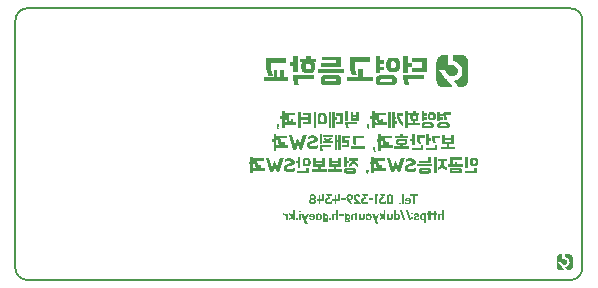
<source format=gbr>
%TF.GenerationSoftware,KiCad,Pcbnew,8.0.6*%
%TF.CreationDate,2024-12-06T21:46:26+09:00*%
%TF.ProjectId,dummy_keyboard,64756d6d-795f-46b6-9579-626f6172642e,rev?*%
%TF.SameCoordinates,Original*%
%TF.FileFunction,Legend,Bot*%
%TF.FilePolarity,Positive*%
%FSLAX46Y46*%
G04 Gerber Fmt 4.6, Leading zero omitted, Abs format (unit mm)*
G04 Created by KiCad (PCBNEW 8.0.6) date 2024-12-06 21:46:26*
%MOMM*%
%LPD*%
G01*
G04 APERTURE LIST*
%ADD10C,0.200000*%
%ADD11C,0.300000*%
%ADD12C,0.250000*%
%ADD13C,0.125000*%
%ADD14C,0.000000*%
G04 APERTURE END LIST*
D10*
X181000000Y-94000000D02*
X181000000Y-115000000D01*
X180000000Y-93000000D02*
G75*
G02*
X181000000Y-94000000I0J-1000000D01*
G01*
X180000000Y-116000000D02*
X134000000Y-116000000D01*
X181000000Y-115000000D02*
G75*
G02*
X180000000Y-116000000I-1000000J0D01*
G01*
X134000000Y-116000000D02*
G75*
G02*
X133000000Y-115000000I0J1000000D01*
G01*
X133000000Y-115000000D02*
X133000000Y-94000000D01*
X134000000Y-93000000D02*
X180000000Y-93000000D01*
X133000000Y-94000000D02*
G75*
G02*
X134000000Y-93000000I1000000J0D01*
G01*
D11*
G36*
X167442637Y-97574375D02*
G01*
X167442637Y-98065792D01*
X166592672Y-98065792D01*
X166592672Y-98409685D01*
X167830983Y-98409685D01*
X167830983Y-97221688D01*
X166618073Y-97221688D01*
X166618073Y-97574375D01*
X167442637Y-97574375D01*
G37*
G36*
X165852616Y-98628527D02*
G01*
X165852616Y-98965094D01*
X165861653Y-99067676D01*
X165877041Y-99164396D01*
X165899314Y-99263194D01*
X165918562Y-99329993D01*
X165946894Y-99407662D01*
X165978646Y-99492658D01*
X166364061Y-99492658D01*
X166321922Y-99404052D01*
X166287926Y-99311430D01*
X166281507Y-99288471D01*
X166259147Y-99192369D01*
X166247313Y-99125317D01*
X166238520Y-99044228D01*
X166235589Y-98980237D01*
X167572086Y-98980237D01*
X167572086Y-98628527D01*
X165852616Y-98628527D01*
G37*
G36*
X165852616Y-97073677D02*
G01*
X165852616Y-98472212D01*
X166255617Y-98472212D01*
X166255617Y-97972002D01*
X166593161Y-97972002D01*
X166593161Y-97596845D01*
X166255617Y-97596845D01*
X166255617Y-97073677D01*
X165852616Y-97073677D01*
G37*
G36*
X164872496Y-98642287D02*
G01*
X164980364Y-98652133D01*
X165075160Y-98678389D01*
X165164340Y-98726224D01*
X165226422Y-98786732D01*
X165270569Y-98881254D01*
X165282065Y-98978283D01*
X165282065Y-99175143D01*
X165277671Y-99238021D01*
X165249690Y-99332108D01*
X165190230Y-99414501D01*
X165147501Y-99449142D01*
X165055744Y-99490903D01*
X164956734Y-99503405D01*
X163847871Y-99503405D01*
X163818586Y-99502189D01*
X163720865Y-99478004D01*
X163699284Y-99467974D01*
X163619260Y-99408639D01*
X163603775Y-99391557D01*
X163551360Y-99308011D01*
X163542728Y-99286721D01*
X163525959Y-99189309D01*
X163525959Y-99045694D01*
X163888904Y-99045694D01*
X163888904Y-99130202D01*
X163889217Y-99138542D01*
X163969016Y-99199078D01*
X164782344Y-99199078D01*
X164860013Y-99185401D01*
X164884926Y-99138506D01*
X164884926Y-99043251D01*
X164870272Y-98997334D01*
X164782344Y-98974375D01*
X163971946Y-98974375D01*
X163913817Y-98996845D01*
X163888904Y-99045694D01*
X163525959Y-99045694D01*
X163525959Y-98961674D01*
X163528316Y-98918355D01*
X163555757Y-98820990D01*
X163569655Y-98795281D01*
X163636845Y-98719874D01*
X163663712Y-98701189D01*
X163756036Y-98661256D01*
X163803651Y-98650409D01*
X163901605Y-98642205D01*
X164860990Y-98642205D01*
X164872496Y-98642287D01*
G37*
G36*
X163908932Y-97346741D02*
G01*
X164240614Y-97346741D01*
X164240614Y-97690635D01*
X163908932Y-97690635D01*
X163908932Y-97940739D01*
X164243545Y-97940739D01*
X164243545Y-98253370D01*
X163908932Y-98253370D01*
X163908932Y-98503475D01*
X163508862Y-98503475D01*
X163508862Y-97059511D01*
X163908932Y-97059511D01*
X163908932Y-97346741D01*
G37*
G36*
X165235990Y-97175955D02*
G01*
X165330425Y-97206545D01*
X165383365Y-97237114D01*
X165459385Y-97301800D01*
X165496548Y-97348282D01*
X165542916Y-97438576D01*
X165560479Y-97498041D01*
X165571737Y-97599288D01*
X165571737Y-97956371D01*
X165566997Y-98018676D01*
X165538032Y-98116106D01*
X165512262Y-98165064D01*
X165448639Y-98245066D01*
X165404263Y-98282343D01*
X165318702Y-98331039D01*
X165262259Y-98350686D01*
X165164829Y-98363279D01*
X164804815Y-98363279D01*
X164751170Y-98359470D01*
X164654849Y-98331039D01*
X164608452Y-98306277D01*
X164530774Y-98244577D01*
X164493405Y-98201026D01*
X164445778Y-98115617D01*
X164427024Y-98058189D01*
X164415003Y-97956371D01*
X164415003Y-97636413D01*
X164775505Y-97636413D01*
X164775505Y-97872351D01*
X164776162Y-97888006D01*
X164817515Y-97978353D01*
X164828247Y-97988199D01*
X164923028Y-98020362D01*
X165049546Y-98020362D01*
X165069279Y-98019337D01*
X165161409Y-97978353D01*
X165174919Y-97964559D01*
X165208304Y-97872351D01*
X165208304Y-97636413D01*
X165207571Y-97620873D01*
X165161409Y-97530900D01*
X165146185Y-97518797D01*
X165049546Y-97488890D01*
X164923028Y-97488890D01*
X164907381Y-97489546D01*
X164817515Y-97530900D01*
X164807669Y-97541631D01*
X164775505Y-97636413D01*
X164415003Y-97636413D01*
X164415003Y-97568025D01*
X164419537Y-97507712D01*
X164447243Y-97412686D01*
X164472179Y-97364620D01*
X164535170Y-97285680D01*
X164579523Y-97248311D01*
X164666573Y-97200683D01*
X164730746Y-97180758D01*
X164832658Y-97169909D01*
X165164829Y-97169909D01*
X165235990Y-97175955D01*
G37*
G36*
X161287229Y-97159162D02*
G01*
X161287229Y-97512337D01*
X161288891Y-97618653D01*
X161293875Y-97722728D01*
X161302183Y-97824561D01*
X161308234Y-97880167D01*
X161320977Y-97977389D01*
X161337310Y-98080792D01*
X161355934Y-98179329D01*
X161361967Y-98207941D01*
X161385276Y-98307904D01*
X161412548Y-98408265D01*
X161434263Y-98477585D01*
X161469259Y-98574717D01*
X161510169Y-98669239D01*
X161515352Y-98679818D01*
X161922260Y-98679818D01*
X161885441Y-98580594D01*
X161853140Y-98485157D01*
X161822202Y-98382314D01*
X161802093Y-98305638D01*
X161777678Y-98200366D01*
X161757557Y-98099482D01*
X161741729Y-98002987D01*
X161739078Y-97984214D01*
X161726773Y-97884577D01*
X161718221Y-97783781D01*
X161715143Y-97713593D01*
X161714541Y-97613115D01*
X161719050Y-97530900D01*
X163034542Y-97530900D01*
X163034542Y-97159162D01*
X161287229Y-97159162D01*
G37*
G36*
X161033705Y-99145345D02*
G01*
X163243126Y-99145345D01*
X163243126Y-98784842D01*
X162435170Y-98784842D01*
X162435170Y-98128318D01*
X162029727Y-98128318D01*
X162029727Y-98784842D01*
X161033705Y-98784842D01*
X161033705Y-99145345D01*
G37*
G36*
X160221995Y-98640045D02*
G01*
X160321493Y-98655394D01*
X160354160Y-98664644D01*
X160445568Y-98709616D01*
X160476171Y-98732748D01*
X160540334Y-98807313D01*
X160562957Y-98855719D01*
X160577459Y-98952882D01*
X160577459Y-99189309D01*
X160576768Y-99208774D01*
X160549127Y-99306057D01*
X160539808Y-99322443D01*
X160473412Y-99396915D01*
X160451697Y-99412433D01*
X160361549Y-99456022D01*
X160324854Y-99466648D01*
X160227215Y-99478004D01*
X159191625Y-99478004D01*
X159158622Y-99476905D01*
X159062177Y-99460418D01*
X159035095Y-99451626D01*
X158949825Y-99402288D01*
X158929198Y-99383759D01*
X158871179Y-99301172D01*
X158854214Y-99256642D01*
X158841381Y-99155603D01*
X158841381Y-99043251D01*
X159207257Y-99043251D01*
X159207257Y-99096496D01*
X159233635Y-99151207D01*
X159303977Y-99173677D01*
X160055268Y-99173677D01*
X160107536Y-99173677D01*
X160147592Y-99167815D01*
X160173482Y-99149253D01*
X160183251Y-99110662D01*
X160183251Y-99037390D01*
X160157362Y-98992937D01*
X160152065Y-98989096D01*
X160055268Y-98971444D01*
X159318143Y-98971444D01*
X159237055Y-98990495D01*
X159207257Y-99043251D01*
X158841381Y-99043251D01*
X158841381Y-98952882D01*
X158844970Y-98901568D01*
X158877373Y-98804056D01*
X158943475Y-98725247D01*
X159022275Y-98676299D01*
X159118969Y-98647670D01*
X159222400Y-98639274D01*
X160195952Y-98639274D01*
X160221995Y-98640045D01*
G37*
G36*
X160853454Y-98472212D02*
G01*
X158621563Y-98472212D01*
X158621563Y-98139553D01*
X160853454Y-98139553D01*
X160853454Y-98472212D01*
G37*
G36*
X160552058Y-97961256D02*
G01*
X158911723Y-97961256D01*
X158911723Y-97640321D01*
X160146615Y-97640321D01*
X160146615Y-97401451D01*
X158920027Y-97401451D01*
X158920027Y-97080516D01*
X160552058Y-97080516D01*
X160552058Y-97961256D01*
G37*
G36*
X158248848Y-98963140D02*
G01*
X156895254Y-98963140D01*
X156898185Y-99026643D01*
X156906489Y-99108709D01*
X156918698Y-99174999D01*
X156942637Y-99270397D01*
X156949400Y-99293364D01*
X156984276Y-99386150D01*
X157026657Y-99475073D01*
X156644173Y-99475073D01*
X156613398Y-99390076D01*
X156586531Y-99312407D01*
X156569432Y-99254499D01*
X156548356Y-99158620D01*
X156532767Y-99051922D01*
X156523517Y-98947997D01*
X156523517Y-98610942D01*
X158248848Y-98610942D01*
X158248848Y-98963140D01*
G37*
G36*
X157987020Y-97252951D02*
G01*
X158440334Y-97252951D01*
X158440334Y-97534319D01*
X158272784Y-97534319D01*
X158317725Y-97617362D01*
X158334689Y-97666693D01*
X158347522Y-97764396D01*
X158347522Y-98085331D01*
X158342988Y-98145438D01*
X158315282Y-98239204D01*
X158290520Y-98286320D01*
X158228820Y-98363768D01*
X158189638Y-98397440D01*
X158104256Y-98447299D01*
X158054857Y-98464820D01*
X157954780Y-98478073D01*
X157605512Y-98478073D01*
X157552146Y-98474437D01*
X157456036Y-98447299D01*
X157409533Y-98423024D01*
X157332937Y-98359371D01*
X157296255Y-98313828D01*
X157247941Y-98226015D01*
X157225902Y-98156158D01*
X157215701Y-98056999D01*
X157215701Y-97844508D01*
X157573761Y-97844508D01*
X157573761Y-98024759D01*
X157574070Y-98036634D01*
X157608932Y-98129295D01*
X157613437Y-98134145D01*
X157707117Y-98169351D01*
X157864410Y-98169351D01*
X157868169Y-98169311D01*
X157958688Y-98129295D01*
X157964711Y-98121570D01*
X157992393Y-98024759D01*
X157992393Y-97844508D01*
X157991660Y-97829784D01*
X157945498Y-97743391D01*
X157930345Y-97731570D01*
X157836566Y-97702358D01*
X157718353Y-97702358D01*
X157706565Y-97702715D01*
X157614305Y-97742903D01*
X157607059Y-97750685D01*
X157573761Y-97844508D01*
X157215701Y-97844508D01*
X157215701Y-97764396D01*
X157219164Y-97712698D01*
X157245010Y-97617850D01*
X157248647Y-97609239D01*
X157296789Y-97523572D01*
X157117515Y-97535296D01*
X157117515Y-97252951D01*
X157570341Y-97252951D01*
X157570341Y-97065373D01*
X157987020Y-97065373D01*
X157987020Y-97252951D01*
G37*
G36*
X156901116Y-98409685D02*
G01*
X156534752Y-98409685D01*
X156534752Y-97909476D01*
X156217236Y-97909476D01*
X156217236Y-97546531D01*
X156534752Y-97546531D01*
X156534752Y-97065373D01*
X156901116Y-97065373D01*
X156901116Y-98409685D01*
G37*
G36*
X154186113Y-97228039D02*
G01*
X154186113Y-97522107D01*
X154187555Y-97630952D01*
X154191883Y-97734369D01*
X154199096Y-97832360D01*
X154211157Y-97939824D01*
X154227145Y-98039902D01*
X154248120Y-98145415D01*
X154270010Y-98241646D01*
X154295731Y-98338813D01*
X154316538Y-98406266D01*
X154349803Y-98500153D01*
X154377599Y-98566978D01*
X154421944Y-98656088D01*
X154451849Y-98707173D01*
X154852896Y-98707173D01*
X154806673Y-98616742D01*
X154762116Y-98517781D01*
X154725443Y-98421756D01*
X154705373Y-98359371D01*
X154677352Y-98257848D01*
X154654960Y-98159665D01*
X154636830Y-98055520D01*
X154635519Y-98046252D01*
X154623387Y-97947785D01*
X154615419Y-97847870D01*
X154613049Y-97778073D01*
X154613500Y-97678160D01*
X154618422Y-97596845D01*
X155933914Y-97596845D01*
X155933914Y-97228039D01*
X154186113Y-97228039D01*
G37*
G36*
X154059595Y-99128736D02*
G01*
X156091695Y-99128736D01*
X156091695Y-98784842D01*
X155728750Y-98784842D01*
X155728750Y-98222107D01*
X155407327Y-98222107D01*
X155407327Y-98784842D01*
X155185554Y-98784842D01*
X155185554Y-98222107D01*
X154872923Y-98222107D01*
X154872923Y-98784842D01*
X154059595Y-98784842D01*
X154059595Y-99128736D01*
G37*
D12*
G36*
X169547800Y-102636510D02*
G01*
X169604840Y-102646138D01*
X169626063Y-102652715D01*
X169676464Y-102677596D01*
X169694128Y-102690557D01*
X169731798Y-102733772D01*
X169745319Y-102762119D01*
X169753987Y-102818317D01*
X169753987Y-102954263D01*
X169753136Y-102972256D01*
X169736746Y-103028876D01*
X169699496Y-103075602D01*
X169674270Y-103094208D01*
X169620719Y-103116637D01*
X169563551Y-103123352D01*
X168915001Y-103123352D01*
X168886673Y-103121663D01*
X168831125Y-103106419D01*
X168783549Y-103075322D01*
X168770910Y-103062985D01*
X168739943Y-103013516D01*
X168729620Y-102954263D01*
X168729620Y-102879830D01*
X168939999Y-102879830D01*
X168939999Y-102910445D01*
X168958537Y-102937972D01*
X169003758Y-102946679D01*
X169443896Y-102946679D01*
X169494174Y-102940780D01*
X169525632Y-102908479D01*
X169525632Y-102869156D01*
X169504285Y-102842754D01*
X169501192Y-102840294D01*
X169445582Y-102828990D01*
X169003758Y-102828990D01*
X168959099Y-102844439D01*
X168939999Y-102879830D01*
X168729620Y-102879830D01*
X168729620Y-102818317D01*
X168730691Y-102798304D01*
X168746754Y-102744165D01*
X168754665Y-102729972D01*
X168791695Y-102686304D01*
X168806265Y-102674700D01*
X168856297Y-102648947D01*
X168874659Y-102643294D01*
X168932696Y-102636026D01*
X169532935Y-102636026D01*
X169547800Y-102636510D01*
G37*
G36*
X168952919Y-101915852D02*
G01*
X169163298Y-101915852D01*
X169163298Y-102095615D01*
X168952919Y-102095615D01*
X168952919Y-102221449D01*
X169163298Y-102221449D01*
X169163298Y-102419188D01*
X168952919Y-102419188D01*
X168952919Y-102580974D01*
X168734395Y-102580974D01*
X168734395Y-101749290D01*
X168952919Y-101749290D01*
X168952919Y-101915852D01*
G37*
G36*
X169920548Y-102005733D02*
G01*
X169480411Y-102005733D01*
X169481245Y-102033240D01*
X169485466Y-102091121D01*
X169486468Y-102101993D01*
X169494660Y-102158653D01*
X169507094Y-102214988D01*
X169513852Y-102239800D01*
X169532219Y-102293965D01*
X169555686Y-102348687D01*
X169581822Y-102395596D01*
X169616587Y-102443634D01*
X169655679Y-102488284D01*
X169414404Y-102488284D01*
X169403273Y-102476667D01*
X169366374Y-102432108D01*
X169354203Y-102414534D01*
X169325927Y-102364978D01*
X169304230Y-102318578D01*
X169284325Y-102264346D01*
X169267785Y-102208247D01*
X169256620Y-102158303D01*
X169247585Y-102096199D01*
X169242687Y-102035736D01*
X169240821Y-101978769D01*
X169244191Y-101803219D01*
X169920548Y-101803219D01*
X169920548Y-102005733D01*
G37*
G36*
X168171388Y-102642815D02*
G01*
X168233412Y-102648476D01*
X168287920Y-102663573D01*
X168339198Y-102691079D01*
X168374895Y-102725870D01*
X168400279Y-102780221D01*
X168406890Y-102836012D01*
X168406890Y-102949207D01*
X168404363Y-102985362D01*
X168388274Y-103039462D01*
X168354085Y-103086838D01*
X168329515Y-103106756D01*
X168276755Y-103130769D01*
X168219824Y-103137958D01*
X167582228Y-103137958D01*
X167565389Y-103137259D01*
X167509200Y-103123352D01*
X167496791Y-103117585D01*
X167450777Y-103083467D01*
X167441873Y-103073645D01*
X167411735Y-103025606D01*
X167406771Y-103013365D01*
X167397129Y-102957352D01*
X167397129Y-102874774D01*
X167605822Y-102874774D01*
X167605822Y-102923366D01*
X167606002Y-102928162D01*
X167651886Y-102962970D01*
X168119550Y-102962970D01*
X168164210Y-102955105D01*
X168178535Y-102928141D01*
X168178535Y-102873369D01*
X168170109Y-102846967D01*
X168119550Y-102833765D01*
X167653572Y-102833765D01*
X167620147Y-102846686D01*
X167605822Y-102874774D01*
X167397129Y-102874774D01*
X167397129Y-102826463D01*
X167398484Y-102801554D01*
X167414263Y-102745569D01*
X167422254Y-102730787D01*
X167460889Y-102687427D01*
X167476337Y-102676684D01*
X167529423Y-102653722D01*
X167556802Y-102647485D01*
X167613125Y-102642767D01*
X168164772Y-102642767D01*
X168171388Y-102642815D01*
G37*
G36*
X167617338Y-101897876D02*
G01*
X167808055Y-101897876D01*
X167808055Y-102095615D01*
X167617338Y-102095615D01*
X167617338Y-102239425D01*
X167809741Y-102239425D01*
X167809741Y-102419188D01*
X167617338Y-102419188D01*
X167617338Y-102562998D01*
X167387298Y-102562998D01*
X167387298Y-101732719D01*
X167617338Y-101732719D01*
X167617338Y-101897876D01*
G37*
G36*
X168380397Y-101799674D02*
G01*
X168434697Y-101817263D01*
X168465137Y-101834840D01*
X168508849Y-101872035D01*
X168530218Y-101898762D01*
X168556880Y-101950681D01*
X168566978Y-101984874D01*
X168573451Y-102043090D01*
X168573451Y-102248413D01*
X168570726Y-102284238D01*
X168554071Y-102340260D01*
X168539253Y-102368412D01*
X168502670Y-102414413D01*
X168477154Y-102435847D01*
X168427956Y-102463847D01*
X168395501Y-102475144D01*
X168339479Y-102482385D01*
X168132471Y-102482385D01*
X168101625Y-102480195D01*
X168046241Y-102463847D01*
X168019562Y-102449609D01*
X167974898Y-102414132D01*
X167953410Y-102389090D01*
X167926025Y-102339980D01*
X167915242Y-102306959D01*
X167908329Y-102248413D01*
X167908329Y-102064437D01*
X168115618Y-102064437D01*
X168115618Y-102200102D01*
X168115996Y-102209103D01*
X168139774Y-102261053D01*
X168145944Y-102266714D01*
X168200444Y-102285208D01*
X168273191Y-102285208D01*
X168284538Y-102284618D01*
X168337513Y-102261053D01*
X168345281Y-102253121D01*
X168364477Y-102200102D01*
X168364477Y-102064437D01*
X168364056Y-102055502D01*
X168337513Y-102003767D01*
X168328759Y-101996808D01*
X168273191Y-101979612D01*
X168200444Y-101979612D01*
X168191447Y-101979989D01*
X168139774Y-102003767D01*
X168134112Y-102009938D01*
X168115618Y-102064437D01*
X167908329Y-102064437D01*
X167908329Y-102025114D01*
X167910936Y-101990434D01*
X167926867Y-101935794D01*
X167941205Y-101908156D01*
X167977426Y-101862766D01*
X168002929Y-101841278D01*
X168052982Y-101813893D01*
X168089882Y-101802436D01*
X168148481Y-101796197D01*
X168339479Y-101796197D01*
X168380397Y-101799674D01*
G37*
G36*
X166899411Y-101825971D02*
G01*
X167187593Y-101825971D01*
X167187593Y-102005733D01*
X167077769Y-102005733D01*
X167088369Y-102020447D01*
X167109390Y-102075778D01*
X167114564Y-102132129D01*
X167114564Y-102322284D01*
X167111879Y-102357820D01*
X167095465Y-102413008D01*
X167079033Y-102442975D01*
X167043221Y-102486599D01*
X167017310Y-102508547D01*
X166968507Y-102536876D01*
X166939143Y-102547430D01*
X166880873Y-102555414D01*
X166867110Y-102555414D01*
X166867110Y-102688832D01*
X167234500Y-102688832D01*
X167234500Y-102886571D01*
X166250861Y-102886571D01*
X166250861Y-103120262D01*
X166007900Y-103120262D01*
X166007900Y-101736089D01*
X166250861Y-101736089D01*
X166250861Y-102688832D01*
X166661506Y-102688832D01*
X166661506Y-102553448D01*
X166637988Y-102551638D01*
X166582579Y-102534910D01*
X166554841Y-102520379D01*
X166508708Y-102483790D01*
X166486760Y-102458142D01*
X166458430Y-102409076D01*
X166446428Y-102373503D01*
X166439892Y-102317509D01*
X166439892Y-102171171D01*
X166655327Y-102171171D01*
X166655327Y-102271445D01*
X166655896Y-102283236D01*
X166678640Y-102335766D01*
X166686289Y-102343049D01*
X166740152Y-102361046D01*
X166811215Y-102361046D01*
X166825250Y-102360147D01*
X166876941Y-102335486D01*
X166886200Y-102325361D01*
X166904186Y-102271445D01*
X166904186Y-102171171D01*
X166903528Y-102159556D01*
X166877221Y-102107973D01*
X166866600Y-102099478D01*
X166811215Y-102082975D01*
X166740152Y-102082975D01*
X166730835Y-102083366D01*
X166678640Y-102107973D01*
X166671924Y-102116034D01*
X166655327Y-102171171D01*
X166439892Y-102171171D01*
X166439892Y-102124826D01*
X166440206Y-102109585D01*
X166448810Y-102051587D01*
X166475564Y-101998150D01*
X166349168Y-102006295D01*
X166349168Y-101825971D01*
X166648586Y-101825971D01*
X166648586Y-101718113D01*
X166899411Y-101718113D01*
X166899411Y-101825971D01*
G37*
G36*
X165108806Y-101745358D02*
G01*
X164890281Y-101745358D01*
X164890281Y-103120262D01*
X165108806Y-103120262D01*
X165108806Y-102760737D01*
X165289973Y-102760737D01*
X165289973Y-102545021D01*
X165108806Y-102545021D01*
X165108806Y-102365259D01*
X165257672Y-102365259D01*
X165257672Y-102167520D01*
X165108806Y-102167520D01*
X165108806Y-101745358D01*
G37*
G36*
X165267221Y-101879899D02*
G01*
X165267221Y-102082694D01*
X165270043Y-102142285D01*
X165278506Y-102200947D01*
X165291096Y-102253469D01*
X165309176Y-102309831D01*
X165330972Y-102364600D01*
X165354013Y-102413008D01*
X165382176Y-102464736D01*
X165412596Y-102514871D01*
X165442209Y-102559065D01*
X165475849Y-102605661D01*
X165513076Y-102653540D01*
X165541360Y-102687427D01*
X165579640Y-102729943D01*
X165619348Y-102771472D01*
X165660481Y-102812013D01*
X165668879Y-102820002D01*
X165713315Y-102860647D01*
X165757247Y-102898588D01*
X165804912Y-102937818D01*
X165827295Y-102955667D01*
X165827295Y-102661025D01*
X165780718Y-102620837D01*
X165738630Y-102579272D01*
X165701030Y-102536330D01*
X165682080Y-102511878D01*
X165647596Y-102462647D01*
X165617171Y-102413965D01*
X165588392Y-102361048D01*
X165586019Y-102356271D01*
X165562533Y-102304449D01*
X165542362Y-102249961D01*
X165530967Y-102210494D01*
X165517710Y-102152444D01*
X165510744Y-102102918D01*
X165854821Y-102102918D01*
X165854821Y-101879899D01*
X165267221Y-101879899D01*
G37*
G36*
X164579629Y-101741707D02*
G01*
X164579629Y-103120262D01*
X164790288Y-103120262D01*
X164790288Y-101741707D01*
X164579629Y-101741707D01*
G37*
G36*
X163528579Y-101845632D02*
G01*
X163528579Y-102052078D01*
X163529438Y-102110793D01*
X163532612Y-102175150D01*
X163538124Y-102235045D01*
X163547288Y-102298032D01*
X163553015Y-102327340D01*
X163567294Y-102388556D01*
X163582639Y-102443594D01*
X163600940Y-102497505D01*
X163608629Y-102516934D01*
X163631776Y-102568453D01*
X163660042Y-102618966D01*
X163669299Y-102632375D01*
X163701319Y-102670575D01*
X163441506Y-102667485D01*
X163441506Y-101736089D01*
X163196860Y-101736089D01*
X163196860Y-102113591D01*
X163044905Y-102113591D01*
X163044905Y-102347282D01*
X163196860Y-102347282D01*
X163196860Y-103120262D01*
X163441506Y-103120262D01*
X163441506Y-102875336D01*
X164426831Y-102875336D01*
X164426831Y-102667485D01*
X164132188Y-102667485D01*
X164132188Y-102408795D01*
X163941190Y-102408795D01*
X163941190Y-102667485D01*
X163919844Y-102667485D01*
X163894076Y-102614535D01*
X163871545Y-102559610D01*
X163852252Y-102502710D01*
X163848781Y-102491093D01*
X163832949Y-102433606D01*
X163819859Y-102377710D01*
X163808629Y-102318061D01*
X163807773Y-102312734D01*
X163799472Y-102256016D01*
X163793067Y-102198229D01*
X163790077Y-102157689D01*
X163787255Y-102100066D01*
X163786145Y-102054606D01*
X164340882Y-102054606D01*
X164340882Y-101845632D01*
X163528579Y-101845632D01*
G37*
G36*
X162960360Y-103141047D02*
G01*
X162922017Y-103098069D01*
X162907836Y-103078973D01*
X162886027Y-103025870D01*
X162884523Y-103012405D01*
X162956709Y-103012405D01*
X162956709Y-102832642D01*
X162754195Y-102832642D01*
X162754195Y-102974486D01*
X162762835Y-103033475D01*
X162786490Y-103086638D01*
X162793518Y-103097792D01*
X162830428Y-103143253D01*
X162873304Y-103180033D01*
X162902218Y-103199189D01*
X162960360Y-103141047D01*
G37*
G36*
X161934308Y-102819441D02*
G01*
X161157396Y-102819441D01*
X161157360Y-102845392D01*
X161162452Y-102902862D01*
X161169472Y-102941171D01*
X161183237Y-102996114D01*
X161187125Y-103009319D01*
X161207179Y-103062671D01*
X161231548Y-103113802D01*
X161014709Y-103113802D01*
X160996452Y-103064929D01*
X160980161Y-103020269D01*
X160969094Y-102982075D01*
X160956286Y-102926175D01*
X160955628Y-102922847D01*
X160947483Y-102867075D01*
X160943928Y-102810452D01*
X160943928Y-102616927D01*
X161934308Y-102616927D01*
X161934308Y-102819441D01*
G37*
G36*
X161146442Y-102527045D02*
G01*
X160943928Y-102527045D01*
X160943928Y-101736089D01*
X161146442Y-101736089D01*
X161146442Y-102527045D01*
G37*
G36*
X161596129Y-102023710D02*
G01*
X161840213Y-102023710D01*
X161840213Y-101807994D01*
X162065198Y-101807994D01*
X162065198Y-102509069D01*
X161371145Y-102509069D01*
X161371145Y-102319195D01*
X161596129Y-102319195D01*
X161840213Y-102319195D01*
X161840213Y-102204315D01*
X161596129Y-102204315D01*
X161596129Y-102319195D01*
X161371145Y-102319195D01*
X161371145Y-101807994D01*
X161596129Y-101807994D01*
X161596129Y-102023710D01*
G37*
G36*
X160517553Y-102086065D02*
G01*
X160517553Y-102598950D01*
X160109716Y-102598950D01*
X160109716Y-102832642D01*
X160758547Y-102832642D01*
X160758547Y-101861923D01*
X160126007Y-101861923D01*
X160126007Y-102086065D01*
X160517553Y-102086065D01*
G37*
G36*
X160022644Y-101745639D02*
G01*
X159811984Y-101745639D01*
X159811984Y-103102286D01*
X160022644Y-103102286D01*
X160022644Y-102455140D01*
X160266728Y-102455140D01*
X160266728Y-102203472D01*
X160022644Y-102203472D01*
X160022644Y-101745639D01*
G37*
G36*
X159524083Y-101743111D02*
G01*
X159524083Y-103102286D01*
X159733057Y-103102286D01*
X159733057Y-101743111D01*
X159524083Y-101743111D01*
G37*
G36*
X158485953Y-103120262D02*
G01*
X158251138Y-103120262D01*
X158251138Y-101741707D01*
X158485953Y-101741707D01*
X158485953Y-103120262D01*
G37*
G36*
X159061542Y-101850050D02*
G01*
X159120988Y-101856425D01*
X159177759Y-101873158D01*
X159230143Y-101901106D01*
X159273819Y-101938322D01*
X159308508Y-101983684D01*
X159333928Y-102036068D01*
X159336445Y-102043056D01*
X159350146Y-102097774D01*
X159354713Y-102156565D01*
X159354713Y-102541651D01*
X159354348Y-102561093D01*
X159348133Y-102619309D01*
X159331400Y-102677035D01*
X159308259Y-102721857D01*
X159270449Y-102767478D01*
X159238388Y-102792307D01*
X159187028Y-102817755D01*
X159152980Y-102827511D01*
X159096585Y-102833765D01*
X158834524Y-102833765D01*
X158801727Y-102830921D01*
X158748294Y-102813542D01*
X158715596Y-102794190D01*
X158674142Y-102755400D01*
X158648598Y-102719641D01*
X158623022Y-102666080D01*
X158621847Y-102662839D01*
X158608119Y-102607918D01*
X158603922Y-102551201D01*
X158603922Y-102175946D01*
X158825536Y-102175946D01*
X158825536Y-102518900D01*
X158832558Y-102564121D01*
X158853062Y-102606534D01*
X158886768Y-102637431D01*
X158934798Y-102649228D01*
X159015691Y-102649228D01*
X159049029Y-102646540D01*
X159102483Y-102621702D01*
X159125649Y-102575626D01*
X159131133Y-102518900D01*
X159131133Y-102175946D01*
X159121583Y-102130163D01*
X159096023Y-102090840D01*
X159058947Y-102063594D01*
X159015691Y-102054045D01*
X158934798Y-102054045D01*
X158892666Y-102063594D01*
X158858399Y-102090559D01*
X158834805Y-102129882D01*
X158825536Y-102175946D01*
X158603922Y-102175946D01*
X158603922Y-102161340D01*
X158604004Y-102153297D01*
X158609789Y-102094999D01*
X158624707Y-102040281D01*
X158650127Y-101987055D01*
X158684816Y-101940850D01*
X158727931Y-101902791D01*
X158779191Y-101874001D01*
X158789644Y-101869684D01*
X158845835Y-101854469D01*
X158904182Y-101849845D01*
X159047993Y-101849845D01*
X159061542Y-101850050D01*
G37*
G36*
X157387434Y-102050674D02*
G01*
X157806506Y-102050674D01*
X157806506Y-102221449D01*
X157460463Y-102221449D01*
X157460463Y-102419188D01*
X157806506Y-102419188D01*
X157806506Y-102634903D01*
X157339123Y-102634903D01*
X157339123Y-102832642D01*
X158065477Y-102832642D01*
X158065477Y-101843947D01*
X157387434Y-101843947D01*
X157387434Y-102050674D01*
G37*
G36*
X157182112Y-101750133D02*
G01*
X156932972Y-101750133D01*
X156932972Y-103120262D01*
X157182112Y-103120262D01*
X157182112Y-102419188D01*
X157405411Y-102419188D01*
X157405411Y-102185496D01*
X157182112Y-102185496D01*
X157182112Y-101750133D01*
G37*
G36*
X155881921Y-101845632D02*
G01*
X155881921Y-102052078D01*
X155882780Y-102110793D01*
X155885954Y-102175150D01*
X155891467Y-102235045D01*
X155900631Y-102298032D01*
X155906358Y-102327340D01*
X155920637Y-102388556D01*
X155935982Y-102443594D01*
X155954283Y-102497505D01*
X155961972Y-102516934D01*
X155985118Y-102568453D01*
X156013384Y-102618966D01*
X156022642Y-102632375D01*
X156054662Y-102670575D01*
X155794849Y-102667485D01*
X155794849Y-101736089D01*
X155550203Y-101736089D01*
X155550203Y-102113591D01*
X155398247Y-102113591D01*
X155398247Y-102347282D01*
X155550203Y-102347282D01*
X155550203Y-103120262D01*
X155794849Y-103120262D01*
X155794849Y-102875336D01*
X156780173Y-102875336D01*
X156780173Y-102667485D01*
X156485531Y-102667485D01*
X156485531Y-102408795D01*
X156294533Y-102408795D01*
X156294533Y-102667485D01*
X156273186Y-102667485D01*
X156247419Y-102614535D01*
X156224888Y-102559610D01*
X156205594Y-102502710D01*
X156202124Y-102491093D01*
X156186291Y-102433606D01*
X156173202Y-102377710D01*
X156161972Y-102318061D01*
X156161115Y-102312734D01*
X156152815Y-102256016D01*
X156146410Y-102198229D01*
X156143420Y-102157689D01*
X156140597Y-102100066D01*
X156139488Y-102054606D01*
X156694224Y-102054606D01*
X156694224Y-101845632D01*
X155881921Y-101845632D01*
G37*
G36*
X155313703Y-103141047D02*
G01*
X155275359Y-103098069D01*
X155261178Y-103078973D01*
X155239369Y-103025870D01*
X155237865Y-103012405D01*
X155310051Y-103012405D01*
X155310051Y-102832642D01*
X155107537Y-102832642D01*
X155107537Y-102974486D01*
X155116178Y-103033475D01*
X155139833Y-103086638D01*
X155146860Y-103097792D01*
X155183770Y-103143253D01*
X155226646Y-103180033D01*
X155255561Y-103199189D01*
X155313703Y-103141047D01*
G37*
G36*
X169738819Y-104710713D02*
G01*
X170243840Y-104710713D01*
X170243840Y-104908452D01*
X168999545Y-104908452D01*
X168999545Y-104710713D01*
X169500915Y-104710713D01*
X169500915Y-104530950D01*
X169738819Y-104530950D01*
X169738819Y-104710713D01*
G37*
G36*
X169339409Y-103973686D02*
G01*
X169887685Y-103973686D01*
X169887685Y-103757971D01*
X170109580Y-103757971D01*
X170109580Y-104477021D01*
X169115829Y-104477021D01*
X169115829Y-104284338D01*
X169339409Y-104284338D01*
X169887685Y-104284338D01*
X169887685Y-104171425D01*
X169339409Y-104171425D01*
X169339409Y-104284338D01*
X169115829Y-104284338D01*
X169115829Y-103757971D01*
X169339409Y-103757971D01*
X169339409Y-103973686D01*
G37*
G36*
X168733833Y-105030915D02*
G01*
X168733833Y-104566903D01*
X168513624Y-104566903D01*
X168513624Y-104818571D01*
X167759463Y-104818571D01*
X167759463Y-105030915D01*
X168733833Y-105030915D01*
G37*
G36*
X167792045Y-103667808D02*
G01*
X167792045Y-104548927D01*
X168028265Y-104548927D01*
X168028265Y-104207377D01*
X168215892Y-104207377D01*
X168215892Y-103973686D01*
X168028265Y-103973686D01*
X168028265Y-103667808D01*
X167792045Y-103667808D01*
G37*
G36*
X168269259Y-103944474D02*
G01*
X168271576Y-104004951D01*
X168277708Y-104067490D01*
X168287573Y-104124207D01*
X168296223Y-104158785D01*
X168314333Y-104216062D01*
X168335754Y-104270445D01*
X168352961Y-104305685D01*
X168382572Y-104354690D01*
X168417770Y-104400468D01*
X168438067Y-104421969D01*
X168670916Y-104421969D01*
X168633683Y-104378724D01*
X168600394Y-104332231D01*
X168575136Y-104286866D01*
X168552308Y-104234291D01*
X168533322Y-104178502D01*
X168527949Y-104158785D01*
X168515408Y-104101714D01*
X168507473Y-104045055D01*
X168507164Y-104041659D01*
X168503060Y-103984737D01*
X168502389Y-103961327D01*
X168927921Y-103961327D01*
X168927921Y-103775947D01*
X168274315Y-103775947D01*
X168269259Y-103944474D01*
G37*
G36*
X167534760Y-105037376D02*
G01*
X167534760Y-104566903D01*
X167312865Y-104566903D01*
X167312865Y-104836547D01*
X166549154Y-104836547D01*
X166549154Y-105037376D01*
X167534760Y-105037376D01*
G37*
G36*
X166973282Y-103923970D02*
G01*
X166974667Y-103984208D01*
X166980718Y-104042002D01*
X166991434Y-104097352D01*
X166999404Y-104127046D01*
X167017249Y-104183502D01*
X167037957Y-104240977D01*
X167059793Y-104293607D01*
X167087368Y-104348117D01*
X167115719Y-104397095D01*
X167147197Y-104445525D01*
X167150517Y-104450338D01*
X167396286Y-104450338D01*
X167361441Y-104400794D01*
X167328822Y-104349238D01*
X167300354Y-104296770D01*
X167296012Y-104287709D01*
X167273024Y-104234965D01*
X167253291Y-104180500D01*
X167244892Y-104152325D01*
X167231343Y-104095019D01*
X167223014Y-104039335D01*
X167222703Y-104036041D01*
X167218244Y-103977748D01*
X167217647Y-103955710D01*
X167670705Y-103955710D01*
X167670705Y-103759656D01*
X166974686Y-103759656D01*
X166973282Y-103923970D01*
G37*
G36*
X166405344Y-104043906D02*
G01*
X166405344Y-104243330D01*
X166580051Y-104243330D01*
X166580051Y-104584879D01*
X166795485Y-104584879D01*
X166795485Y-103668089D01*
X166580051Y-103668089D01*
X166580051Y-104043906D01*
X166405344Y-104043906D01*
G37*
G36*
X165959570Y-104028713D02*
G01*
X166014360Y-104041378D01*
X166044128Y-104053039D01*
X166094692Y-104083229D01*
X166117363Y-104103194D01*
X166151429Y-104149235D01*
X166164266Y-104179702D01*
X166172495Y-104235746D01*
X166172495Y-104368321D01*
X166170603Y-104393825D01*
X166153115Y-104447810D01*
X166139455Y-104470522D01*
X166099747Y-104513536D01*
X166070090Y-104534321D01*
X166018573Y-104558196D01*
X165971586Y-104570090D01*
X165912963Y-104574767D01*
X165813531Y-104574767D01*
X165813531Y-104692737D01*
X166332877Y-104692737D01*
X166332877Y-104908452D01*
X165059371Y-104908452D01*
X165059371Y-104692737D01*
X165586862Y-104692737D01*
X165586862Y-104574767D01*
X165500351Y-104574767D01*
X165453716Y-104571918D01*
X165397549Y-104559881D01*
X165362896Y-104547136D01*
X165312162Y-104518872D01*
X165288531Y-104499487D01*
X165253739Y-104454551D01*
X165241586Y-104427200D01*
X165232392Y-104370006D01*
X165232392Y-104316639D01*
X165426761Y-104316639D01*
X165427728Y-104330131D01*
X165454287Y-104381523D01*
X165464889Y-104391068D01*
X165519732Y-104409610D01*
X165886841Y-104409610D01*
X165901847Y-104408633D01*
X165953409Y-104381803D01*
X165961905Y-104370954D01*
X165978408Y-104316639D01*
X165977131Y-104300275D01*
X165951724Y-104249509D01*
X165941313Y-104239677D01*
X165886841Y-104220579D01*
X165519732Y-104220579D01*
X165503544Y-104221963D01*
X165454287Y-104249509D01*
X165443561Y-104262514D01*
X165426761Y-104316639D01*
X165232392Y-104316639D01*
X165232392Y-104234061D01*
X165239332Y-104175405D01*
X165262996Y-104121783D01*
X165303455Y-104079577D01*
X165317069Y-104070040D01*
X165367408Y-104045024D01*
X165425373Y-104030432D01*
X165484060Y-104026210D01*
X165920827Y-104026210D01*
X165959570Y-104028713D01*
G37*
G36*
X165857068Y-103811899D02*
G01*
X166242153Y-103811899D01*
X166242153Y-103991662D01*
X165157959Y-103991662D01*
X165157959Y-103811899D01*
X165562425Y-103811899D01*
X165562425Y-103682414D01*
X165857068Y-103682414D01*
X165857068Y-103811899D01*
G37*
G36*
X164057193Y-103777632D02*
G01*
X164057193Y-103984078D01*
X164058052Y-104042793D01*
X164061226Y-104107150D01*
X164066739Y-104167045D01*
X164075903Y-104230032D01*
X164081630Y-104259340D01*
X164095909Y-104320556D01*
X164111254Y-104375594D01*
X164129555Y-104429505D01*
X164137244Y-104448934D01*
X164160390Y-104500453D01*
X164188656Y-104550966D01*
X164197914Y-104564375D01*
X164229934Y-104602575D01*
X163970121Y-104599485D01*
X163970121Y-103668089D01*
X163725475Y-103668089D01*
X163725475Y-104045591D01*
X163573519Y-104045591D01*
X163573519Y-104279282D01*
X163725475Y-104279282D01*
X163725475Y-105052262D01*
X163970121Y-105052262D01*
X163970121Y-104807336D01*
X164955445Y-104807336D01*
X164955445Y-104599485D01*
X164660803Y-104599485D01*
X164660803Y-104340795D01*
X164469805Y-104340795D01*
X164469805Y-104599485D01*
X164448458Y-104599485D01*
X164422691Y-104546535D01*
X164400160Y-104491610D01*
X164380866Y-104434710D01*
X164377396Y-104423093D01*
X164361563Y-104365606D01*
X164348474Y-104309710D01*
X164337244Y-104250061D01*
X164336387Y-104244734D01*
X164328087Y-104188016D01*
X164321682Y-104130229D01*
X164318692Y-104089689D01*
X164315869Y-104032066D01*
X164314760Y-103986606D01*
X164869496Y-103986606D01*
X164869496Y-103777632D01*
X164057193Y-103777632D01*
G37*
G36*
X163488975Y-105073047D02*
G01*
X163450631Y-105030069D01*
X163436450Y-105010973D01*
X163414641Y-104957870D01*
X163413137Y-104944405D01*
X163485323Y-104944405D01*
X163485323Y-104764642D01*
X163282809Y-104764642D01*
X163282809Y-104906486D01*
X163291450Y-104965475D01*
X163315105Y-105018638D01*
X163322132Y-105029792D01*
X163359042Y-105075253D01*
X163401918Y-105112033D01*
X163430833Y-105131189D01*
X163488975Y-105073047D01*
G37*
G36*
X161550346Y-103774542D02*
G01*
X161550346Y-103964698D01*
X161551037Y-104024038D01*
X161553111Y-104080297D01*
X161557277Y-104142039D01*
X161563326Y-104199587D01*
X161570007Y-104245577D01*
X161579891Y-104302490D01*
X161591471Y-104361230D01*
X161604912Y-104419929D01*
X161611858Y-104446687D01*
X161628562Y-104500444D01*
X161640789Y-104534602D01*
X161662517Y-104586726D01*
X161675056Y-104612967D01*
X161930937Y-104612967D01*
X161902744Y-104562584D01*
X161876147Y-104506995D01*
X161854970Y-104452561D01*
X161843865Y-104416913D01*
X161828778Y-104358521D01*
X161816874Y-104301665D01*
X161807454Y-104240897D01*
X161806789Y-104235465D01*
X161801071Y-104177721D01*
X161798089Y-104119118D01*
X161798081Y-104078173D01*
X161799707Y-104019962D01*
X161802295Y-103973686D01*
X162514604Y-103973686D01*
X162514604Y-103774542D01*
X161550346Y-103774542D01*
G37*
G36*
X161423950Y-104908452D02*
G01*
X162626394Y-104908452D01*
X162626394Y-104694703D01*
X161423950Y-104694703D01*
X161423950Y-104908452D01*
G37*
G36*
X161287162Y-103793923D02*
G01*
X160686923Y-103793923D01*
X160686923Y-104369164D01*
X161039426Y-104369164D01*
X161039426Y-104584879D01*
X160638331Y-104584879D01*
X160638331Y-104782618D01*
X161269467Y-104782618D01*
X161269467Y-104171425D01*
X160897302Y-104171425D01*
X160897302Y-104009919D01*
X161287162Y-104009919D01*
X161287162Y-103793923D01*
G37*
G36*
X160232460Y-103686065D02*
G01*
X160017026Y-103686065D01*
X160017026Y-105034286D01*
X160232460Y-105034286D01*
X160232460Y-104351188D01*
X160348744Y-104351188D01*
X160345374Y-105034286D01*
X160568954Y-105034286D01*
X160568954Y-103686065D01*
X160348744Y-103686065D01*
X160348744Y-104126203D01*
X160232460Y-104126203D01*
X160232460Y-103686065D01*
G37*
G36*
X159848498Y-103735219D02*
G01*
X159060351Y-103735219D01*
X159060351Y-103919757D01*
X159848498Y-103919757D01*
X159848498Y-103735219D01*
G37*
G36*
X159137312Y-103973686D02*
G01*
X159234496Y-104243330D01*
X159076642Y-104243330D01*
X159076642Y-104423093D01*
X159848498Y-104423093D01*
X159848498Y-104243049D01*
X159674353Y-104250071D01*
X159771257Y-103973686D01*
X159572675Y-103973686D01*
X159486726Y-104243330D01*
X159423809Y-104243330D01*
X159336455Y-103973686D01*
X159137312Y-103973686D01*
G37*
G36*
X158973279Y-103679043D02*
G01*
X158764304Y-103679043D01*
X158764304Y-104459045D01*
X158973279Y-104459045D01*
X158973279Y-103679043D01*
G37*
G36*
X159693172Y-104586003D02*
G01*
X158764304Y-104586003D01*
X158764304Y-104768012D01*
X158768394Y-104827429D01*
X158775820Y-104876432D01*
X158787990Y-104932050D01*
X158796886Y-104964628D01*
X158815582Y-105020211D01*
X158828907Y-105053667D01*
X159052206Y-105053667D01*
X159026523Y-105001579D01*
X159007704Y-104948106D01*
X159006141Y-104941877D01*
X158993878Y-104887035D01*
X158987884Y-104853961D01*
X158983109Y-104810425D01*
X158981424Y-104777001D01*
X159693172Y-104777001D01*
X159693172Y-104586003D01*
G37*
G36*
X158607574Y-104544433D02*
G01*
X158557033Y-104575435D01*
X158505966Y-104603558D01*
X158454372Y-104628802D01*
X158402251Y-104651167D01*
X158348638Y-104669354D01*
X158292568Y-104682344D01*
X158234039Y-104690139D01*
X158173053Y-104692737D01*
X158115158Y-104690214D01*
X158089632Y-104687400D01*
X158033860Y-104675498D01*
X158017446Y-104669986D01*
X157968024Y-104641448D01*
X157965484Y-104639089D01*
X157941047Y-104590497D01*
X157954586Y-104534520D01*
X157958462Y-104529546D01*
X158001024Y-104491648D01*
X158012952Y-104484324D01*
X158064301Y-104460046D01*
X158082329Y-104453709D01*
X158136552Y-104438440D01*
X158142718Y-104437137D01*
X158203090Y-104421302D01*
X158257528Y-104406380D01*
X158311678Y-104390685D01*
X158348603Y-104379275D01*
X158403599Y-104360730D01*
X158451124Y-104340795D01*
X158503720Y-104305651D01*
X158545434Y-104265313D01*
X158580346Y-104211687D01*
X158600447Y-104150992D01*
X158605888Y-104093340D01*
X158600161Y-104032591D01*
X158582979Y-103978004D01*
X158565161Y-103945036D01*
X158527994Y-103896983D01*
X158483132Y-103855975D01*
X158459831Y-103839426D01*
X158409365Y-103810697D01*
X158354870Y-103788130D01*
X158316302Y-103776509D01*
X158257344Y-103764014D01*
X158198859Y-103757286D01*
X158160133Y-103756004D01*
X158100019Y-103758293D01*
X158041015Y-103765158D01*
X157983122Y-103776600D01*
X157951440Y-103784935D01*
X157895250Y-103803783D01*
X157840439Y-103828097D01*
X157787004Y-103857877D01*
X157757914Y-103876782D01*
X157757914Y-104127608D01*
X157801539Y-104091968D01*
X157846953Y-104059635D01*
X157896703Y-104030955D01*
X157932340Y-104014413D01*
X157986364Y-103994802D01*
X158024468Y-103984921D01*
X158082795Y-103977855D01*
X158117158Y-103979303D01*
X158174583Y-103988521D01*
X158229986Y-104007630D01*
X158238498Y-104012166D01*
X158276154Y-104055593D01*
X158282315Y-104093340D01*
X158256755Y-104141933D01*
X158209789Y-104175006D01*
X158194119Y-104183222D01*
X158142621Y-104205803D01*
X158119125Y-104214399D01*
X158064810Y-104231788D01*
X158059016Y-104233499D01*
X158003544Y-104250459D01*
X157946436Y-104268885D01*
X157905937Y-104282653D01*
X157851943Y-104304783D01*
X157800639Y-104334214D01*
X157784036Y-104346132D01*
X157740892Y-104387609D01*
X157710201Y-104435120D01*
X157704828Y-104446406D01*
X157687380Y-104501580D01*
X157680408Y-104562138D01*
X157680391Y-104601732D01*
X157686684Y-104658297D01*
X157703680Y-104714120D01*
X157731230Y-104763237D01*
X157770150Y-104809727D01*
X157815705Y-104849345D01*
X157849761Y-104871938D01*
X157899950Y-104898248D01*
X157953193Y-104919248D01*
X158004245Y-104933731D01*
X158060828Y-104944925D01*
X158120359Y-104951837D01*
X158163504Y-104953393D01*
X158225766Y-104950815D01*
X158282192Y-104944197D01*
X158339636Y-104933506D01*
X158390735Y-104920811D01*
X158448420Y-104902694D01*
X158503789Y-104880926D01*
X158556840Y-104855506D01*
X158607574Y-104826435D01*
X158607574Y-104544433D01*
G37*
G36*
X156397335Y-103757971D02*
G01*
X156143701Y-103757971D01*
X156537774Y-104962381D01*
X156747872Y-104962381D01*
X156909939Y-104555949D01*
X157072007Y-104962381D01*
X157282104Y-104962381D01*
X157676178Y-103757971D01*
X157364683Y-103757971D01*
X157121441Y-104528984D01*
X156953476Y-104027615D01*
X156866403Y-104027615D01*
X156641138Y-104589092D01*
X156397335Y-103757971D01*
G37*
G36*
X155182532Y-103777632D02*
G01*
X155182532Y-103984078D01*
X155183391Y-104042793D01*
X155186565Y-104107150D01*
X155192077Y-104167045D01*
X155201241Y-104230032D01*
X155206968Y-104259340D01*
X155221247Y-104320556D01*
X155236592Y-104375594D01*
X155254893Y-104429505D01*
X155262582Y-104448934D01*
X155285729Y-104500453D01*
X155313995Y-104550966D01*
X155323252Y-104564375D01*
X155355273Y-104602575D01*
X155095459Y-104599485D01*
X155095459Y-103668089D01*
X154850813Y-103668089D01*
X154850813Y-104045591D01*
X154698858Y-104045591D01*
X154698858Y-104279282D01*
X154850813Y-104279282D01*
X154850813Y-105052262D01*
X155095459Y-105052262D01*
X155095459Y-104807336D01*
X156080784Y-104807336D01*
X156080784Y-104599485D01*
X155786141Y-104599485D01*
X155786141Y-104340795D01*
X155595143Y-104340795D01*
X155595143Y-104599485D01*
X155573797Y-104599485D01*
X155548029Y-104546535D01*
X155525499Y-104491610D01*
X155506205Y-104434710D01*
X155502734Y-104423093D01*
X155486902Y-104365606D01*
X155473812Y-104309710D01*
X155462582Y-104250061D01*
X155461726Y-104244734D01*
X155453425Y-104188016D01*
X155447020Y-104130229D01*
X155444030Y-104089689D01*
X155441208Y-104032066D01*
X155440098Y-103986606D01*
X155994835Y-103986606D01*
X155994835Y-103777632D01*
X155182532Y-103777632D01*
G37*
G36*
X172043715Y-106966005D02*
G01*
X171072997Y-106966005D01*
X171072997Y-106750571D01*
X171804125Y-106750571D01*
X171804125Y-106498903D01*
X172043715Y-106498903D01*
X172043715Y-106966005D01*
G37*
G36*
X171306126Y-106480927D02*
G01*
X171072997Y-106480927D01*
X171072997Y-105597280D01*
X171306126Y-105597280D01*
X171306126Y-106480927D01*
G37*
G36*
X171981874Y-105635559D02*
G01*
X172038379Y-105651490D01*
X172069648Y-105667369D01*
X172115621Y-105702610D01*
X172140781Y-105731076D01*
X172169549Y-105779852D01*
X172182461Y-105817111D01*
X172189492Y-105875070D01*
X172189492Y-106107919D01*
X172186200Y-106148024D01*
X172169549Y-106203137D01*
X172152486Y-106234802D01*
X172115621Y-106280379D01*
X172088959Y-106302959D01*
X172038379Y-106332341D01*
X172002125Y-106344708D01*
X171945969Y-106351441D01*
X171725760Y-106351441D01*
X171690962Y-106348755D01*
X171635598Y-106332341D01*
X171604828Y-106315910D01*
X171560041Y-106280098D01*
X171537580Y-106253831D01*
X171508921Y-106202856D01*
X171496919Y-106165643D01*
X171490383Y-106107919D01*
X171490383Y-105920292D01*
X171708907Y-105920292D01*
X171708907Y-106061012D01*
X171709806Y-106075475D01*
X171734467Y-106126738D01*
X171744507Y-106135424D01*
X171798508Y-106152298D01*
X171874626Y-106152298D01*
X171891114Y-106151061D01*
X171942318Y-106126457D01*
X171953481Y-106114493D01*
X171970968Y-106061012D01*
X171970968Y-105920292D01*
X171969960Y-105906401D01*
X171942318Y-105856251D01*
X171929190Y-105846182D01*
X171874626Y-105830410D01*
X171798508Y-105830410D01*
X171786798Y-105831041D01*
X171734467Y-105856251D01*
X171725781Y-105866290D01*
X171708907Y-105920292D01*
X171490383Y-105920292D01*
X171490383Y-105875070D01*
X171493443Y-105835147D01*
X171508921Y-105780133D01*
X171524839Y-105748336D01*
X171560322Y-105702891D01*
X171586220Y-105680258D01*
X171635879Y-105651490D01*
X171668531Y-105640193D01*
X171725760Y-105632952D01*
X171945969Y-105632952D01*
X171981874Y-105635559D01*
G37*
G36*
X170592360Y-106497516D02*
G01*
X170648026Y-106506206D01*
X170666810Y-106511420D01*
X170719370Y-106535698D01*
X170735222Y-106546810D01*
X170774141Y-106590469D01*
X170787149Y-106618303D01*
X170795488Y-106674172D01*
X170795488Y-106814892D01*
X170794886Y-106828865D01*
X170778354Y-106883707D01*
X170772760Y-106893123D01*
X170734256Y-106935670D01*
X170723812Y-106943369D01*
X170673305Y-106969657D01*
X170662692Y-106973413D01*
X170605614Y-106983981D01*
X169959872Y-106983981D01*
X169930429Y-106982273D01*
X169873479Y-106966851D01*
X169825893Y-106935389D01*
X169810599Y-106919594D01*
X169781568Y-106868873D01*
X169772806Y-106813207D01*
X169772806Y-106732314D01*
X169983466Y-106732314D01*
X169983466Y-106771356D01*
X169999757Y-106798320D01*
X170043855Y-106807589D01*
X170488768Y-106807589D01*
X170519384Y-106806747D01*
X170545224Y-106802533D01*
X170562639Y-106792422D01*
X170568818Y-106771356D01*
X170568818Y-106727539D01*
X170550842Y-106702259D01*
X170544587Y-106698618D01*
X170488768Y-106689620D01*
X170045540Y-106689620D01*
X170000038Y-106701979D01*
X169983466Y-106732314D01*
X169772806Y-106732314D01*
X169772806Y-106678946D01*
X169774732Y-106648954D01*
X169792116Y-106592100D01*
X169827578Y-106546371D01*
X169861095Y-106522475D01*
X169914701Y-106502778D01*
X169972793Y-106496937D01*
X170574717Y-106496937D01*
X170592360Y-106497516D01*
G37*
G36*
X170795488Y-105815804D02*
G01*
X170011273Y-105815804D01*
X170012476Y-105831889D01*
X170017929Y-105889361D01*
X170025317Y-105948660D01*
X170026913Y-105960090D01*
X170036969Y-106018869D01*
X170049473Y-106076180D01*
X170051468Y-106084471D01*
X170067098Y-106138886D01*
X170088515Y-106193306D01*
X170188508Y-106193306D01*
X170188508Y-105995567D01*
X170420233Y-105995567D01*
X170420233Y-106193306D01*
X170920198Y-106193306D01*
X170920198Y-106409021D01*
X169640231Y-106409021D01*
X169640231Y-106193306D01*
X169853981Y-106193306D01*
X169837970Y-106139658D01*
X169825656Y-106095955D01*
X169811849Y-106041351D01*
X169799350Y-105986158D01*
X169787693Y-105928437D01*
X169778687Y-105874435D01*
X169772806Y-105816366D01*
X169772806Y-105600089D01*
X170795488Y-105600089D01*
X170795488Y-105815804D01*
G37*
G36*
X169038026Y-105923662D02*
G01*
X169039149Y-105981288D01*
X169039150Y-105984051D01*
X169037169Y-106040514D01*
X169033532Y-106083482D01*
X169025387Y-106139448D01*
X169012747Y-106197239D01*
X168995627Y-106251224D01*
X168972705Y-106303111D01*
X168969211Y-106309871D01*
X168938957Y-106357759D01*
X168901915Y-106400833D01*
X168896463Y-106406213D01*
X168849320Y-106441901D01*
X168794851Y-106467861D01*
X168781864Y-106472500D01*
X168781864Y-106677823D01*
X168838786Y-106662281D01*
X168895825Y-106641320D01*
X168947021Y-106616310D01*
X168997681Y-106585205D01*
X169044033Y-106548676D01*
X169070889Y-106523901D01*
X169110993Y-106478570D01*
X169141781Y-106427945D01*
X169152906Y-106400033D01*
X169175552Y-106452448D01*
X169208941Y-106500992D01*
X169237170Y-106531204D01*
X169279432Y-106568509D01*
X169325916Y-106602241D01*
X169361037Y-106622771D01*
X169413248Y-106646444D01*
X169470238Y-106664940D01*
X169526194Y-106677261D01*
X169526194Y-106472500D01*
X169473270Y-106450042D01*
X169426021Y-106419014D01*
X169411596Y-106406213D01*
X169373895Y-106363780D01*
X169343477Y-106316534D01*
X169339972Y-106309871D01*
X169317050Y-106258465D01*
X169299539Y-106201183D01*
X169298682Y-106197519D01*
X169287166Y-106139728D01*
X169279582Y-106083763D01*
X169275080Y-106025118D01*
X169274527Y-105984051D01*
X169276285Y-105926866D01*
X169276493Y-105923662D01*
X169527880Y-105923662D01*
X169527880Y-105725923D01*
X168778494Y-105725923D01*
X168778494Y-105923662D01*
X169038026Y-105923662D01*
G37*
G36*
X168435540Y-106984262D02*
G01*
X168670355Y-106984262D01*
X168670355Y-105605707D01*
X168435540Y-105605707D01*
X168435540Y-106984262D01*
G37*
G36*
X167970945Y-106505526D02*
G01*
X168027984Y-106514351D01*
X168046874Y-106519670D01*
X168099328Y-106545529D01*
X168116924Y-106558830D01*
X168153818Y-106601705D01*
X168166827Y-106629538D01*
X168175165Y-106685407D01*
X168175165Y-106821352D01*
X168174767Y-106832545D01*
X168158874Y-106888482D01*
X168153516Y-106897904D01*
X168115338Y-106940726D01*
X168102948Y-106949649D01*
X168051017Y-106974712D01*
X168029917Y-106980822D01*
X167973775Y-106987352D01*
X167362301Y-106987352D01*
X167343201Y-106986720D01*
X167287587Y-106977240D01*
X167272111Y-106972185D01*
X167222984Y-106943816D01*
X167211124Y-106933161D01*
X167177763Y-106885674D01*
X167168008Y-106860069D01*
X167160629Y-106801972D01*
X167160629Y-106737369D01*
X167371289Y-106737369D01*
X167371289Y-106767985D01*
X167386175Y-106799444D01*
X167426903Y-106812364D01*
X167875186Y-106812364D01*
X167904959Y-106812364D01*
X167928272Y-106808994D01*
X167943159Y-106798320D01*
X167948496Y-106776131D01*
X167948496Y-106733999D01*
X167933609Y-106708439D01*
X167930566Y-106706230D01*
X167875186Y-106696080D01*
X167435048Y-106696080D01*
X167388422Y-106707034D01*
X167371289Y-106737369D01*
X167160629Y-106737369D01*
X167160629Y-106685407D01*
X167162693Y-106655901D01*
X167181325Y-106599832D01*
X167219333Y-106554517D01*
X167264803Y-106526372D01*
X167320496Y-106509910D01*
X167379996Y-106505082D01*
X167956079Y-106505082D01*
X167970945Y-106505526D01*
G37*
G36*
X168282180Y-106359868D02*
G01*
X167005303Y-106359868D01*
X167005303Y-106175330D01*
X168282180Y-106175330D01*
X168282180Y-106359868D01*
G37*
G36*
X168151010Y-106094998D02*
G01*
X167146024Y-106094998D01*
X167146024Y-105887710D01*
X167940631Y-105887710D01*
X167940631Y-105600089D01*
X168151010Y-105600089D01*
X168151010Y-106094998D01*
G37*
G36*
X166898007Y-106476433D02*
G01*
X166847466Y-106507435D01*
X166796399Y-106535558D01*
X166744805Y-106560802D01*
X166692684Y-106583167D01*
X166639072Y-106601354D01*
X166583001Y-106614344D01*
X166524473Y-106622139D01*
X166463487Y-106624737D01*
X166405592Y-106622214D01*
X166380066Y-106619400D01*
X166324294Y-106607498D01*
X166307880Y-106601986D01*
X166258457Y-106573448D01*
X166255917Y-106571089D01*
X166231481Y-106522497D01*
X166245019Y-106466520D01*
X166248895Y-106461546D01*
X166291457Y-106423648D01*
X166303386Y-106416324D01*
X166354734Y-106392046D01*
X166372763Y-106385709D01*
X166426986Y-106370440D01*
X166433152Y-106369137D01*
X166493523Y-106353302D01*
X166547961Y-106338380D01*
X166602112Y-106322685D01*
X166639036Y-106311275D01*
X166694033Y-106292730D01*
X166741557Y-106272795D01*
X166794153Y-106237651D01*
X166835867Y-106197313D01*
X166870780Y-106143687D01*
X166890881Y-106082992D01*
X166896322Y-106025340D01*
X166890595Y-105964591D01*
X166873413Y-105910004D01*
X166855594Y-105877036D01*
X166818427Y-105828983D01*
X166773566Y-105787975D01*
X166750265Y-105771426D01*
X166699799Y-105742697D01*
X166645304Y-105720130D01*
X166606735Y-105708509D01*
X166547777Y-105696014D01*
X166489293Y-105689286D01*
X166450566Y-105688004D01*
X166390452Y-105690293D01*
X166331448Y-105697158D01*
X166273556Y-105708600D01*
X166241873Y-105716935D01*
X166185684Y-105735783D01*
X166130872Y-105760097D01*
X166077438Y-105789877D01*
X166048347Y-105808782D01*
X166048347Y-106059608D01*
X166091973Y-106023968D01*
X166137386Y-105991635D01*
X166187136Y-105962955D01*
X166222773Y-105946413D01*
X166276797Y-105926802D01*
X166314902Y-105916921D01*
X166373228Y-105909855D01*
X166407592Y-105911303D01*
X166465016Y-105920521D01*
X166520420Y-105939630D01*
X166528932Y-105944166D01*
X166566587Y-105987593D01*
X166572749Y-106025340D01*
X166547189Y-106073933D01*
X166500223Y-106107006D01*
X166484553Y-106115222D01*
X166433054Y-106137803D01*
X166409558Y-106146399D01*
X166355243Y-106163788D01*
X166349450Y-106165499D01*
X166293978Y-106182459D01*
X166236869Y-106200885D01*
X166196371Y-106214653D01*
X166142377Y-106236783D01*
X166091072Y-106266214D01*
X166074469Y-106278132D01*
X166031325Y-106319609D01*
X166000635Y-106367120D01*
X165995261Y-106378406D01*
X165977813Y-106433580D01*
X165970842Y-106494138D01*
X165970825Y-106533732D01*
X165977117Y-106590297D01*
X165994113Y-106646120D01*
X166021664Y-106695237D01*
X166060583Y-106741727D01*
X166106138Y-106781345D01*
X166140195Y-106803938D01*
X166190384Y-106830248D01*
X166243626Y-106851248D01*
X166294678Y-106865731D01*
X166351261Y-106876925D01*
X166410792Y-106883837D01*
X166453937Y-106885393D01*
X166516199Y-106882815D01*
X166572625Y-106876197D01*
X166630069Y-106865506D01*
X166681168Y-106852811D01*
X166738854Y-106834694D01*
X166794222Y-106812926D01*
X166847273Y-106787506D01*
X166898007Y-106758435D01*
X166898007Y-106476433D01*
G37*
G36*
X164687768Y-105689971D02*
G01*
X164434134Y-105689971D01*
X164828208Y-106894381D01*
X165038305Y-106894381D01*
X165200373Y-106487949D01*
X165362440Y-106894381D01*
X165572538Y-106894381D01*
X165966611Y-105689971D01*
X165655116Y-105689971D01*
X165411875Y-106460984D01*
X165243909Y-105959615D01*
X165156836Y-105959615D01*
X164931571Y-106521092D01*
X164687768Y-105689971D01*
G37*
G36*
X163472965Y-105709632D02*
G01*
X163472965Y-105916078D01*
X163473824Y-105974793D01*
X163476998Y-106039150D01*
X163482511Y-106099045D01*
X163491674Y-106162032D01*
X163497402Y-106191340D01*
X163511681Y-106252556D01*
X163527026Y-106307594D01*
X163545327Y-106361505D01*
X163553016Y-106380934D01*
X163576162Y-106432453D01*
X163604428Y-106482966D01*
X163613686Y-106496375D01*
X163645706Y-106534575D01*
X163385893Y-106531485D01*
X163385893Y-105600089D01*
X163141247Y-105600089D01*
X163141247Y-105977591D01*
X162989291Y-105977591D01*
X162989291Y-106211282D01*
X163141247Y-106211282D01*
X163141247Y-106984262D01*
X163385893Y-106984262D01*
X163385893Y-106739336D01*
X164371217Y-106739336D01*
X164371217Y-106531485D01*
X164076575Y-106531485D01*
X164076575Y-106272795D01*
X163885577Y-106272795D01*
X163885577Y-106531485D01*
X163864230Y-106531485D01*
X163838463Y-106478535D01*
X163815932Y-106423610D01*
X163796638Y-106366710D01*
X163793168Y-106355093D01*
X163777335Y-106297606D01*
X163764246Y-106241710D01*
X163753016Y-106182061D01*
X163752159Y-106176734D01*
X163743859Y-106120016D01*
X163737453Y-106062229D01*
X163734464Y-106021689D01*
X163731641Y-105964066D01*
X163730532Y-105918606D01*
X164285268Y-105918606D01*
X164285268Y-105709632D01*
X163472965Y-105709632D01*
G37*
G36*
X162904746Y-107005047D02*
G01*
X162866403Y-106962069D01*
X162852222Y-106942973D01*
X162830413Y-106889870D01*
X162828909Y-106876405D01*
X162901095Y-106876405D01*
X162901095Y-106696642D01*
X162698581Y-106696642D01*
X162698581Y-106838486D01*
X162707221Y-106897475D01*
X162730877Y-106950638D01*
X162737904Y-106961792D01*
X162774814Y-107007253D01*
X162817690Y-107044033D01*
X162846604Y-107063189D01*
X162904746Y-107005047D01*
G37*
G36*
X161636492Y-106503205D02*
G01*
X161692752Y-106514351D01*
X161715538Y-106522350D01*
X161766905Y-106550866D01*
X161783872Y-106565115D01*
X161817744Y-106610412D01*
X161828458Y-106636330D01*
X161836563Y-106693552D01*
X161836563Y-106808432D01*
X161836019Y-106822358D01*
X161821114Y-106878371D01*
X161814975Y-106890303D01*
X161780387Y-106935389D01*
X161770631Y-106944263D01*
X161721964Y-106973589D01*
X161709351Y-106978266D01*
X161652868Y-106987352D01*
X161022013Y-106987352D01*
X161008152Y-106986898D01*
X160951512Y-106974431D01*
X160941360Y-106970248D01*
X160893651Y-106939602D01*
X160887643Y-106933919D01*
X160855170Y-106886516D01*
X160851205Y-106876779D01*
X160841407Y-106821352D01*
X160841407Y-106732314D01*
X161047011Y-106732314D01*
X161047011Y-106774445D01*
X161064987Y-106802252D01*
X161107681Y-106812364D01*
X161537988Y-106812364D01*
X161592759Y-106806747D01*
X161616353Y-106773041D01*
X161614668Y-106725011D01*
X161605118Y-106698889D01*
X161554279Y-106686530D01*
X161101221Y-106686530D01*
X161058527Y-106700012D01*
X161047011Y-106732314D01*
X160841407Y-106732314D01*
X160841407Y-106675857D01*
X160842187Y-106658880D01*
X160857698Y-106603952D01*
X160864107Y-106592079D01*
X160901235Y-106548618D01*
X160913585Y-106539080D01*
X160964713Y-106513789D01*
X160982988Y-106508505D01*
X161039708Y-106501712D01*
X161605961Y-106501712D01*
X161636492Y-106503205D01*
G37*
G36*
X161064987Y-105923662D02*
G01*
X161252615Y-105923662D01*
X161252615Y-106139377D01*
X161064987Y-106139377D01*
X161064987Y-106444974D01*
X160841407Y-106444974D01*
X160841407Y-105600089D01*
X161064987Y-105600089D01*
X161064987Y-105923662D01*
G37*
G36*
X162034021Y-105887710D02*
G01*
X161737131Y-105887710D01*
X161738957Y-105892265D01*
X161763534Y-105943324D01*
X161781684Y-105975327D01*
X161815216Y-106023936D01*
X161853537Y-106068244D01*
X161894985Y-106107076D01*
X161917032Y-106124802D01*
X161964108Y-106156581D01*
X162014640Y-106184599D01*
X162014640Y-106396663D01*
X162008985Y-106394392D01*
X161954126Y-106370956D01*
X161902339Y-106346203D01*
X161848921Y-106317455D01*
X161813602Y-106294590D01*
X161765749Y-106259818D01*
X161721121Y-106223641D01*
X161693912Y-106198744D01*
X161654459Y-106153998D01*
X161621971Y-106102582D01*
X161603485Y-106132647D01*
X161569240Y-106177523D01*
X161527174Y-106222131D01*
X161483216Y-106261560D01*
X161465297Y-106276118D01*
X161414809Y-106313107D01*
X161367406Y-106343283D01*
X161316993Y-106371415D01*
X161263569Y-106397505D01*
X161263569Y-106188531D01*
X161293246Y-106167136D01*
X161338845Y-106130951D01*
X161366590Y-106106058D01*
X161405975Y-106065506D01*
X161435903Y-106029176D01*
X161468330Y-105982928D01*
X161493942Y-105939064D01*
X161518046Y-105887710D01*
X161244188Y-105887710D01*
X161244188Y-105682106D01*
X162034021Y-105682106D01*
X162034021Y-105887710D01*
G37*
G36*
X160183307Y-106642713D02*
G01*
X160688328Y-106642713D01*
X160688328Y-106840452D01*
X159444033Y-106840452D01*
X159444033Y-106642713D01*
X159945402Y-106642713D01*
X159945402Y-106462950D01*
X160183307Y-106462950D01*
X160183307Y-106642713D01*
G37*
G36*
X159783897Y-105905686D02*
G01*
X160332173Y-105905686D01*
X160332173Y-105689971D01*
X160554068Y-105689971D01*
X160554068Y-106409021D01*
X159560317Y-106409021D01*
X159560317Y-106216338D01*
X159783897Y-106216338D01*
X160332173Y-106216338D01*
X160332173Y-106103425D01*
X159783897Y-106103425D01*
X159783897Y-106216338D01*
X159560317Y-106216338D01*
X159560317Y-105689971D01*
X159783897Y-105689971D01*
X159783897Y-105905686D01*
G37*
G36*
X158835087Y-106642713D02*
G01*
X159340108Y-106642713D01*
X159340108Y-106840452D01*
X158095812Y-106840452D01*
X158095812Y-106642713D01*
X158597182Y-106642713D01*
X158597182Y-106462950D01*
X158835087Y-106462950D01*
X158835087Y-106642713D01*
G37*
G36*
X158435676Y-105905686D02*
G01*
X158983953Y-105905686D01*
X158983953Y-105689971D01*
X159205847Y-105689971D01*
X159205847Y-106409021D01*
X158212096Y-106409021D01*
X158212096Y-106216338D01*
X158435676Y-106216338D01*
X158983953Y-106216338D01*
X158983953Y-106103425D01*
X158435676Y-106103425D01*
X158435676Y-106216338D01*
X158212096Y-106216338D01*
X158212096Y-105689971D01*
X158435676Y-105689971D01*
X158435676Y-105905686D01*
G37*
G36*
X157837965Y-106944658D02*
G01*
X156850955Y-106944658D01*
X156850955Y-106732594D01*
X157611296Y-106732594D01*
X157611296Y-106480927D01*
X157837965Y-106480927D01*
X157837965Y-106944658D01*
G37*
G36*
X157132677Y-106498903D02*
G01*
X156904323Y-106498903D01*
X156904323Y-106103425D01*
X156729616Y-106103425D01*
X156729616Y-105890518D01*
X156904323Y-105890518D01*
X156904323Y-105600089D01*
X157132677Y-105600089D01*
X157132677Y-106498903D01*
G37*
G36*
X157784449Y-105672916D02*
G01*
X157839089Y-105688847D01*
X157866700Y-105702926D01*
X157912960Y-105738282D01*
X157935198Y-105763153D01*
X157964361Y-105812153D01*
X157976909Y-105848043D01*
X157983742Y-105904001D01*
X157983742Y-106127300D01*
X157981016Y-106163006D01*
X157964361Y-106218304D01*
X157948048Y-106248481D01*
X157912960Y-106292457D01*
X157889784Y-106312717D01*
X157839089Y-106342734D01*
X157806779Y-106354031D01*
X157749769Y-106361272D01*
X157539391Y-106361272D01*
X157504829Y-106358665D01*
X157450914Y-106342734D01*
X157423755Y-106328396D01*
X157378728Y-106292176D01*
X157358886Y-106268967D01*
X157329855Y-106218024D01*
X157319072Y-106185516D01*
X157312159Y-106127300D01*
X157312159Y-105938830D01*
X157522538Y-105938830D01*
X157522538Y-106076460D01*
X157522928Y-106085471D01*
X157547536Y-106137973D01*
X157555555Y-106145094D01*
X157609049Y-106162690D01*
X157680111Y-106162690D01*
X157694271Y-106161821D01*
X157746960Y-106137973D01*
X157754971Y-106129880D01*
X157774767Y-106076460D01*
X157774767Y-105938830D01*
X157774089Y-105927337D01*
X157746960Y-105877598D01*
X157736052Y-105869580D01*
X157680111Y-105854004D01*
X157609049Y-105854004D01*
X157600039Y-105854368D01*
X157547536Y-105877317D01*
X157540334Y-105884966D01*
X157522538Y-105938830D01*
X157312159Y-105938830D01*
X157312159Y-105904001D01*
X157314648Y-105868346D01*
X157329855Y-105812434D01*
X157343613Y-105784283D01*
X157378728Y-105738282D01*
X157401357Y-105718374D01*
X157451194Y-105688847D01*
X157482820Y-105677550D01*
X157539391Y-105670309D01*
X157749769Y-105670309D01*
X157784449Y-105672916D01*
G37*
G36*
X156653778Y-106476433D02*
G01*
X156603238Y-106507435D01*
X156552170Y-106535558D01*
X156500576Y-106560802D01*
X156448455Y-106583167D01*
X156394843Y-106601354D01*
X156338772Y-106614344D01*
X156280244Y-106622139D01*
X156219258Y-106624737D01*
X156161363Y-106622214D01*
X156135837Y-106619400D01*
X156080065Y-106607498D01*
X156063651Y-106601986D01*
X156014228Y-106573448D01*
X156011688Y-106571089D01*
X155987252Y-106522497D01*
X156000790Y-106466520D01*
X156004666Y-106461546D01*
X156047228Y-106423648D01*
X156059157Y-106416324D01*
X156110505Y-106392046D01*
X156128534Y-106385709D01*
X156182757Y-106370440D01*
X156188923Y-106369137D01*
X156249295Y-106353302D01*
X156303732Y-106338380D01*
X156357883Y-106322685D01*
X156394808Y-106311275D01*
X156449804Y-106292730D01*
X156497328Y-106272795D01*
X156549924Y-106237651D01*
X156591638Y-106197313D01*
X156626551Y-106143687D01*
X156646652Y-106082992D01*
X156652093Y-106025340D01*
X156646366Y-105964591D01*
X156629184Y-105910004D01*
X156611365Y-105877036D01*
X156574199Y-105828983D01*
X156529337Y-105787975D01*
X156506036Y-105771426D01*
X156455570Y-105742697D01*
X156401075Y-105720130D01*
X156362506Y-105708509D01*
X156303548Y-105696014D01*
X156245064Y-105689286D01*
X156206338Y-105688004D01*
X156146223Y-105690293D01*
X156087219Y-105697158D01*
X156029327Y-105708600D01*
X155997644Y-105716935D01*
X155941455Y-105735783D01*
X155886643Y-105760097D01*
X155833209Y-105789877D01*
X155804118Y-105808782D01*
X155804118Y-106059608D01*
X155847744Y-106023968D01*
X155893157Y-105991635D01*
X155942907Y-105962955D01*
X155978544Y-105946413D01*
X156032568Y-105926802D01*
X156070673Y-105916921D01*
X156128999Y-105909855D01*
X156163363Y-105911303D01*
X156220787Y-105920521D01*
X156276191Y-105939630D01*
X156284703Y-105944166D01*
X156322358Y-105987593D01*
X156328520Y-106025340D01*
X156302960Y-106073933D01*
X156255994Y-106107006D01*
X156240324Y-106115222D01*
X156188825Y-106137803D01*
X156165329Y-106146399D01*
X156111014Y-106163788D01*
X156105221Y-106165499D01*
X156049749Y-106182459D01*
X155992640Y-106200885D01*
X155952142Y-106214653D01*
X155898148Y-106236783D01*
X155846843Y-106266214D01*
X155830240Y-106278132D01*
X155787096Y-106319609D01*
X155756406Y-106367120D01*
X155751032Y-106378406D01*
X155733585Y-106433580D01*
X155726613Y-106494138D01*
X155726596Y-106533732D01*
X155732888Y-106590297D01*
X155749884Y-106646120D01*
X155777435Y-106695237D01*
X155816354Y-106741727D01*
X155861909Y-106781345D01*
X155895966Y-106803938D01*
X155946155Y-106830248D01*
X155999398Y-106851248D01*
X156050450Y-106865731D01*
X156107032Y-106876925D01*
X156166563Y-106883837D01*
X156209708Y-106885393D01*
X156271970Y-106882815D01*
X156328396Y-106876197D01*
X156385841Y-106865506D01*
X156436939Y-106852811D01*
X156494625Y-106834694D01*
X156549993Y-106812926D01*
X156603044Y-106787506D01*
X156653778Y-106758435D01*
X156653778Y-106476433D01*
G37*
G36*
X154443539Y-105689971D02*
G01*
X154189905Y-105689971D01*
X154583979Y-106894381D01*
X154794077Y-106894381D01*
X154956144Y-106487949D01*
X155118211Y-106894381D01*
X155328309Y-106894381D01*
X155722383Y-105689971D01*
X155410887Y-105689971D01*
X155167646Y-106460984D01*
X154999680Y-105959615D01*
X154912608Y-105959615D01*
X154687342Y-106521092D01*
X154443539Y-105689971D01*
G37*
G36*
X153228736Y-105709632D02*
G01*
X153228736Y-105916078D01*
X153229595Y-105974793D01*
X153232769Y-106039150D01*
X153238282Y-106099045D01*
X153247446Y-106162032D01*
X153253173Y-106191340D01*
X153267452Y-106252556D01*
X153282797Y-106307594D01*
X153301098Y-106361505D01*
X153308787Y-106380934D01*
X153331933Y-106432453D01*
X153360199Y-106482966D01*
X153369457Y-106496375D01*
X153401477Y-106534575D01*
X153141664Y-106531485D01*
X153141664Y-105600089D01*
X152897018Y-105600089D01*
X152897018Y-105977591D01*
X152745062Y-105977591D01*
X152745062Y-106211282D01*
X152897018Y-106211282D01*
X152897018Y-106984262D01*
X153141664Y-106984262D01*
X153141664Y-106739336D01*
X154126988Y-106739336D01*
X154126988Y-106531485D01*
X153832346Y-106531485D01*
X153832346Y-106272795D01*
X153641348Y-106272795D01*
X153641348Y-106531485D01*
X153620001Y-106531485D01*
X153594234Y-106478535D01*
X153571703Y-106423610D01*
X153552409Y-106366710D01*
X153548939Y-106355093D01*
X153533106Y-106297606D01*
X153520017Y-106241710D01*
X153508787Y-106182061D01*
X153507930Y-106176734D01*
X153499630Y-106120016D01*
X153493225Y-106062229D01*
X153490235Y-106021689D01*
X153487412Y-105964066D01*
X153486303Y-105918606D01*
X154041039Y-105918606D01*
X154041039Y-105709632D01*
X153228736Y-105709632D01*
G37*
D13*
G36*
X167117947Y-108744675D02*
G01*
X166394206Y-108744675D01*
X166394206Y-108932254D01*
X166655253Y-108932254D01*
X166655253Y-109582526D01*
X166842246Y-109582526D01*
X166842246Y-108932254D01*
X167117947Y-108932254D01*
X167117947Y-108744675D01*
G37*
G36*
X166245251Y-109028596D02*
G01*
X166284346Y-109032051D01*
X166324060Y-109042456D01*
X166358226Y-109057909D01*
X166391862Y-109081339D01*
X166416483Y-109106590D01*
X166438366Y-109139567D01*
X166450988Y-109171953D01*
X166455951Y-109211667D01*
X166455951Y-109412923D01*
X166455511Y-109415900D01*
X166445888Y-109456741D01*
X166429377Y-109492449D01*
X166411959Y-109515977D01*
X166382092Y-109543056D01*
X166360989Y-109555879D01*
X166323865Y-109570411D01*
X166304760Y-109574739D01*
X166264074Y-109578618D01*
X166156021Y-109578618D01*
X166124290Y-109577384D01*
X166084702Y-109572170D01*
X166059835Y-109566024D01*
X166023153Y-109549309D01*
X166004386Y-109535405D01*
X165979580Y-109505150D01*
X165967659Y-109475918D01*
X165962971Y-109435003D01*
X165962971Y-109394947D01*
X166102483Y-109394947D01*
X166109791Y-109434205D01*
X166137855Y-109462122D01*
X166177319Y-109469392D01*
X166221283Y-109469392D01*
X166226179Y-109469319D01*
X166264660Y-109460990D01*
X166290647Y-109440669D01*
X166303739Y-109415268D01*
X166307256Y-109392016D01*
X166307256Y-109344926D01*
X165972936Y-109344926D01*
X165972936Y-109217529D01*
X166113816Y-109217529D01*
X166113816Y-109244884D01*
X166307256Y-109244884D01*
X166307256Y-109217529D01*
X166301199Y-109191346D01*
X166284004Y-109168681D01*
X166258994Y-109153049D01*
X166230271Y-109147187D01*
X166194318Y-109147187D01*
X166165009Y-109153049D01*
X166138826Y-109168681D01*
X166120654Y-109191542D01*
X166113816Y-109217529D01*
X165972936Y-109217529D01*
X165972936Y-109211667D01*
X165976672Y-109173958D01*
X165989936Y-109135268D01*
X166006920Y-109107176D01*
X166035463Y-109077431D01*
X166064096Y-109057951D01*
X166101115Y-109041479D01*
X166138924Y-109031807D01*
X166178491Y-109028583D01*
X166242580Y-109028583D01*
X166245251Y-109028596D01*
G37*
G36*
X165712671Y-109577641D02*
G01*
X165872504Y-109577641D01*
X165872504Y-108744675D01*
X165712671Y-108744675D01*
X165712671Y-109577641D01*
G37*
G36*
X165475853Y-109446140D02*
G01*
X165475853Y-109582526D01*
X165612239Y-109582526D01*
X165612239Y-109446140D01*
X165475853Y-109446140D01*
G37*
G36*
X164742374Y-108742146D02*
G01*
X164782204Y-108745223D01*
X164822650Y-108753077D01*
X164833742Y-108756023D01*
X164871072Y-108769653D01*
X164906084Y-108788443D01*
X164915551Y-108794751D01*
X164945466Y-108820770D01*
X164970368Y-108852923D01*
X164980342Y-108871308D01*
X164992365Y-108910015D01*
X164995965Y-108951011D01*
X164995965Y-109368569D01*
X164995526Y-109386143D01*
X164990277Y-109427728D01*
X164977989Y-109465875D01*
X164956935Y-109501584D01*
X164929726Y-109529769D01*
X164897047Y-109550969D01*
X164859971Y-109565331D01*
X164857513Y-109566004D01*
X164817359Y-109573869D01*
X164778296Y-109576273D01*
X164661059Y-109576273D01*
X164644816Y-109575877D01*
X164604861Y-109571142D01*
X164565511Y-109560055D01*
X164560191Y-109558001D01*
X164523643Y-109539337D01*
X164493020Y-109514919D01*
X164491190Y-109513089D01*
X164465587Y-109480898D01*
X164447884Y-109445750D01*
X164445056Y-109438176D01*
X164435086Y-109398399D01*
X164432057Y-109358408D01*
X164432057Y-108952184D01*
X164432094Y-108951011D01*
X164644841Y-108951011D01*
X164644841Y-109320111D01*
X164647577Y-109355478D01*
X164657542Y-109385177D01*
X164675714Y-109405498D01*
X164702874Y-109412923D01*
X164750159Y-109412923D01*
X164764933Y-109412559D01*
X164803502Y-109405303D01*
X164827340Y-109385177D01*
X164833788Y-109356064D01*
X164833788Y-109320111D01*
X164833788Y-108951011D01*
X164827535Y-108916036D01*
X164809559Y-108885359D01*
X164783376Y-108863866D01*
X164751136Y-108856050D01*
X164701701Y-108856050D01*
X164675323Y-108863475D01*
X164658324Y-108884382D01*
X164648163Y-108915254D01*
X164644841Y-108951011D01*
X164432094Y-108951011D01*
X164432615Y-108934539D01*
X164439291Y-108892682D01*
X164454918Y-108854096D01*
X164457806Y-108849125D01*
X164482916Y-108815685D01*
X164514123Y-108789030D01*
X164521056Y-108784464D01*
X164558196Y-108765344D01*
X164596579Y-108753077D01*
X164608013Y-108750512D01*
X164648078Y-108744229D01*
X164688219Y-108742135D01*
X164739999Y-108742135D01*
X164742374Y-108742146D01*
G37*
G36*
X163825944Y-108744480D02*
G01*
X164020948Y-109003963D01*
X163980470Y-109013340D01*
X163942349Y-109027204D01*
X163927549Y-109033859D01*
X163890973Y-109054405D01*
X163858718Y-109079531D01*
X163845288Y-109092672D01*
X163819641Y-109124459D01*
X163799219Y-109160759D01*
X163791555Y-109179036D01*
X163780005Y-109218393D01*
X163774101Y-109257705D01*
X163772601Y-109292170D01*
X163774796Y-109332042D01*
X163782279Y-109373787D01*
X163795072Y-109413314D01*
X163812968Y-109449887D01*
X163835758Y-109482765D01*
X163860724Y-109509448D01*
X163892836Y-109534928D01*
X163929797Y-109556020D01*
X163967605Y-109571388D01*
X164008993Y-109582814D01*
X164049146Y-109589247D01*
X164092050Y-109592033D01*
X164112001Y-109592100D01*
X164151495Y-109587944D01*
X164171401Y-109583307D01*
X164210564Y-109571100D01*
X164237835Y-109560446D01*
X164274593Y-109542916D01*
X164301729Y-109527229D01*
X164333699Y-109504581D01*
X164355658Y-109484829D01*
X164355658Y-109271849D01*
X164337163Y-109308041D01*
X164311566Y-109340366D01*
X164306419Y-109344926D01*
X164274635Y-109367948D01*
X164243111Y-109386154D01*
X164207598Y-109402568D01*
X164172183Y-109415464D01*
X164133905Y-109424763D01*
X164112001Y-109426601D01*
X164071961Y-109423300D01*
X164034440Y-109412043D01*
X164003753Y-109392798D01*
X163978071Y-109359109D01*
X163966567Y-109320881D01*
X163964088Y-109287480D01*
X163968828Y-109245806D01*
X163984536Y-109207851D01*
X163992811Y-109196036D01*
X164020786Y-109166666D01*
X164054445Y-109142159D01*
X164065107Y-109136050D01*
X164101703Y-109118326D01*
X164140685Y-109103891D01*
X164159482Y-109098339D01*
X164199308Y-109087424D01*
X164238952Y-109076824D01*
X164252294Y-109073328D01*
X164264995Y-109073328D01*
X164105162Y-108857222D01*
X164325372Y-108857222D01*
X164325372Y-108744480D01*
X163825944Y-108744480D01*
G37*
G36*
X163402525Y-108741549D02*
G01*
X163402525Y-109582526D01*
X163617654Y-109582526D01*
X163617654Y-108907243D01*
X163722190Y-108907243D01*
X163722190Y-108741549D01*
X163402525Y-108741549D01*
G37*
G36*
X162919510Y-109102833D02*
G01*
X162919510Y-109232379D01*
X163298966Y-109232379D01*
X163298966Y-109102833D01*
X162919510Y-109102833D01*
G37*
G36*
X162329224Y-108744480D02*
G01*
X162524227Y-109003963D01*
X162483750Y-109013340D01*
X162445629Y-109027204D01*
X162430829Y-109033859D01*
X162394253Y-109054405D01*
X162361997Y-109079531D01*
X162348568Y-109092672D01*
X162322921Y-109124459D01*
X162302498Y-109160759D01*
X162294835Y-109179036D01*
X162283285Y-109218393D01*
X162277380Y-109257705D01*
X162275881Y-109292170D01*
X162278076Y-109332042D01*
X162285558Y-109373787D01*
X162298352Y-109413314D01*
X162316247Y-109449887D01*
X162339038Y-109482765D01*
X162364004Y-109509448D01*
X162396116Y-109534928D01*
X162433077Y-109556020D01*
X162470885Y-109571388D01*
X162512272Y-109582814D01*
X162552425Y-109589247D01*
X162595330Y-109592033D01*
X162615281Y-109592100D01*
X162654775Y-109587944D01*
X162674681Y-109583307D01*
X162713843Y-109571100D01*
X162741115Y-109560446D01*
X162777873Y-109542916D01*
X162805009Y-109527229D01*
X162836979Y-109504581D01*
X162858938Y-109484829D01*
X162858938Y-109271849D01*
X162840442Y-109308041D01*
X162814846Y-109340366D01*
X162809698Y-109344926D01*
X162777915Y-109367948D01*
X162746391Y-109386154D01*
X162710878Y-109402568D01*
X162675463Y-109415464D01*
X162637185Y-109424763D01*
X162615281Y-109426601D01*
X162575241Y-109423300D01*
X162537720Y-109412043D01*
X162507033Y-109392798D01*
X162481351Y-109359109D01*
X162469847Y-109320881D01*
X162467368Y-109287480D01*
X162472108Y-109245806D01*
X162487816Y-109207851D01*
X162496091Y-109196036D01*
X162524066Y-109166666D01*
X162557725Y-109142159D01*
X162568386Y-109136050D01*
X162604983Y-109118326D01*
X162643965Y-109103891D01*
X162662762Y-109098339D01*
X162702588Y-109087424D01*
X162742231Y-109076824D01*
X162755574Y-109073328D01*
X162768275Y-109073328D01*
X162608442Y-108857222D01*
X162828652Y-108857222D01*
X162828652Y-108744480D01*
X162329224Y-108744480D01*
G37*
G36*
X162245204Y-109579790D02*
G01*
X161886460Y-109155589D01*
X161864338Y-109123080D01*
X161860668Y-109116510D01*
X161843389Y-109080987D01*
X161840738Y-109074501D01*
X161828505Y-109036755D01*
X161828233Y-109035617D01*
X161823739Y-109004549D01*
X161824911Y-108967034D01*
X161834876Y-108934598D01*
X161860473Y-108905484D01*
X161894081Y-108884577D01*
X161928861Y-108876566D01*
X161959343Y-108876566D01*
X161992950Y-108884577D01*
X162023627Y-108905289D01*
X162045902Y-108934403D01*
X162054304Y-108967034D01*
X162054304Y-108994780D01*
X162198505Y-108994780D01*
X162198505Y-108964884D01*
X162194728Y-108923622D01*
X162183396Y-108884977D01*
X162178770Y-108874417D01*
X162158772Y-108839998D01*
X162133314Y-108809918D01*
X162125037Y-108802121D01*
X162092649Y-108777859D01*
X162055324Y-108758759D01*
X162043753Y-108754249D01*
X162004011Y-108742990D01*
X161964980Y-108737691D01*
X161941171Y-108736859D01*
X161900276Y-108738498D01*
X161858427Y-108744161D01*
X161820355Y-108753870D01*
X161809671Y-108757571D01*
X161773337Y-108773542D01*
X161739073Y-108794915D01*
X161717054Y-108813649D01*
X161690429Y-108843967D01*
X161669932Y-108877768D01*
X161662539Y-108894542D01*
X161650900Y-108932017D01*
X161645001Y-108973456D01*
X161644562Y-108988527D01*
X161646165Y-109027667D01*
X161648666Y-109049099D01*
X161656886Y-109087413D01*
X161661366Y-109101856D01*
X161678219Y-109139005D01*
X161685595Y-109151095D01*
X161708548Y-109183060D01*
X161722720Y-109200139D01*
X161750193Y-109230086D01*
X161778180Y-109259649D01*
X161798924Y-109281228D01*
X161829024Y-109312068D01*
X161859075Y-109342543D01*
X161887914Y-109371573D01*
X161919128Y-109402810D01*
X161923781Y-109407452D01*
X161658240Y-109407452D01*
X161658240Y-109579790D01*
X162245204Y-109579790D01*
G37*
G36*
X161364644Y-108747640D02*
G01*
X161404701Y-108752717D01*
X161444088Y-108764605D01*
X161449388Y-108766829D01*
X161486024Y-108786722D01*
X161517165Y-108812281D01*
X161520872Y-108816086D01*
X161545221Y-108847341D01*
X161563474Y-108883405D01*
X161566372Y-108891145D01*
X161576587Y-108931236D01*
X161579691Y-108970746D01*
X161579691Y-109051835D01*
X161579345Y-109065742D01*
X161574141Y-109105095D01*
X161561036Y-109144651D01*
X161540222Y-109179818D01*
X161537733Y-109183083D01*
X161510477Y-109212186D01*
X161475515Y-109236750D01*
X161439203Y-109252309D01*
X161419468Y-109257194D01*
X161391918Y-109261297D01*
X161363976Y-109264033D01*
X161350494Y-109263447D01*
X161528889Y-109582526D01*
X161345023Y-109582526D01*
X161089838Y-109192323D01*
X161077950Y-109172661D01*
X161059726Y-109135417D01*
X161045582Y-109095793D01*
X161035518Y-109053789D01*
X161031374Y-109024999D01*
X161030008Y-108983642D01*
X161199259Y-108983642D01*
X161199259Y-109032100D01*
X161207465Y-109064145D01*
X161230131Y-109088960D01*
X161261980Y-109105373D01*
X161296174Y-109110258D01*
X161368275Y-109106741D01*
X161390402Y-109103365D01*
X161425721Y-109085638D01*
X161442410Y-109062008D01*
X161448973Y-109021939D01*
X161448973Y-108971332D01*
X161441548Y-108938311D01*
X161422008Y-108909783D01*
X161394848Y-108890244D01*
X161362999Y-108883014D01*
X161294220Y-108883014D01*
X161260417Y-108888876D01*
X161229740Y-108906657D01*
X161207661Y-108937920D01*
X161205240Y-108944034D01*
X161199259Y-108983642D01*
X161030008Y-108983642D01*
X161029949Y-108981841D01*
X161034273Y-108938714D01*
X161042943Y-108900404D01*
X161049309Y-108881057D01*
X161067672Y-108842505D01*
X161091631Y-108810846D01*
X161124814Y-108783754D01*
X161135918Y-108777224D01*
X161174569Y-108760096D01*
X161215739Y-108750105D01*
X161254946Y-108747215D01*
X161348345Y-108747215D01*
X161364644Y-108747640D01*
G37*
G36*
X160586502Y-109102833D02*
G01*
X160586502Y-109232379D01*
X160965958Y-109232379D01*
X160965958Y-109102833D01*
X160586502Y-109102833D01*
G37*
G36*
X159835993Y-109157348D02*
G01*
X159835993Y-109319916D01*
X160017123Y-109319916D01*
X160017123Y-109582526D01*
X160155658Y-109582526D01*
X160155658Y-109319916D01*
X160489978Y-109319916D01*
X160489978Y-108744675D01*
X160317640Y-108744675D01*
X160317640Y-109157348D01*
X160155658Y-109157348D01*
X160155658Y-108794696D01*
X160017123Y-108794696D01*
X160017123Y-109157348D01*
X159835993Y-109157348D01*
G37*
G36*
X159278728Y-108744480D02*
G01*
X159473732Y-109003963D01*
X159433255Y-109013340D01*
X159395133Y-109027204D01*
X159380333Y-109033859D01*
X159343757Y-109054405D01*
X159311502Y-109079531D01*
X159298072Y-109092672D01*
X159272426Y-109124459D01*
X159252003Y-109160759D01*
X159244339Y-109179036D01*
X159232789Y-109218393D01*
X159226885Y-109257705D01*
X159225386Y-109292170D01*
X159227580Y-109332042D01*
X159235063Y-109373787D01*
X159247856Y-109413314D01*
X159265752Y-109449887D01*
X159288542Y-109482765D01*
X159313509Y-109509448D01*
X159345621Y-109534928D01*
X159382581Y-109556020D01*
X159420389Y-109571388D01*
X159461777Y-109582814D01*
X159501930Y-109589247D01*
X159544834Y-109592033D01*
X159564786Y-109592100D01*
X159604280Y-109587944D01*
X159624186Y-109583307D01*
X159663348Y-109571100D01*
X159690620Y-109560446D01*
X159727377Y-109542916D01*
X159754514Y-109527229D01*
X159786483Y-109504581D01*
X159808442Y-109484829D01*
X159808442Y-109271849D01*
X159789947Y-109308041D01*
X159764350Y-109340366D01*
X159759203Y-109344926D01*
X159727420Y-109367948D01*
X159695895Y-109386154D01*
X159660382Y-109402568D01*
X159624967Y-109415464D01*
X159586689Y-109424763D01*
X159564786Y-109426601D01*
X159524745Y-109423300D01*
X159487224Y-109412043D01*
X159456537Y-109392798D01*
X159430856Y-109359109D01*
X159419351Y-109320881D01*
X159416872Y-109287480D01*
X159421613Y-109245806D01*
X159437320Y-109207851D01*
X159445595Y-109196036D01*
X159473570Y-109166666D01*
X159507230Y-109142159D01*
X159517891Y-109136050D01*
X159554487Y-109118326D01*
X159593470Y-109103891D01*
X159612266Y-109098339D01*
X159652092Y-109087424D01*
X159691736Y-109076824D01*
X159705079Y-109073328D01*
X159717779Y-109073328D01*
X159557947Y-108857222D01*
X159778156Y-108857222D01*
X159778156Y-108744480D01*
X159278728Y-108744480D01*
G37*
G36*
X158494025Y-109157348D02*
G01*
X158494025Y-109319916D01*
X158675156Y-109319916D01*
X158675156Y-109582526D01*
X158813690Y-109582526D01*
X158813690Y-109319916D01*
X159148010Y-109319916D01*
X159148010Y-108744675D01*
X158975672Y-108744675D01*
X158975672Y-109157348D01*
X158813690Y-109157348D01*
X158813690Y-108794696D01*
X158675156Y-108794696D01*
X158675156Y-109157348D01*
X158494025Y-109157348D01*
G37*
G36*
X158263460Y-108744187D02*
G01*
X158302539Y-108753859D01*
X158336413Y-108768341D01*
X158370340Y-108790983D01*
X158395522Y-108816200D01*
X158417626Y-108850383D01*
X158418696Y-108852579D01*
X158431195Y-108890468D01*
X158435016Y-108930690D01*
X158435016Y-109033468D01*
X158434706Y-109036241D01*
X158426028Y-109075282D01*
X158408442Y-109111625D01*
X158395215Y-109130944D01*
X158370145Y-109162428D01*
X158401880Y-109188882D01*
X158424660Y-109222023D01*
X158427286Y-109227071D01*
X158441583Y-109265948D01*
X158446349Y-109306629D01*
X158446349Y-109373063D01*
X158445838Y-109390717D01*
X158439734Y-109432689D01*
X158425442Y-109471542D01*
X158422760Y-109476565D01*
X158399822Y-109510588D01*
X158371904Y-109538171D01*
X158337612Y-109560837D01*
X158299608Y-109576468D01*
X158262883Y-109585164D01*
X158222818Y-109588583D01*
X158114765Y-109588583D01*
X158076370Y-109585554D01*
X158037389Y-109576468D01*
X157999971Y-109560837D01*
X157966265Y-109538171D01*
X157962303Y-109534865D01*
X157935361Y-109506424D01*
X157913313Y-109471542D01*
X157905167Y-109452938D01*
X157895346Y-109414023D01*
X157892406Y-109373063D01*
X157892406Y-109305457D01*
X157892475Y-109299977D01*
X157894718Y-109281814D01*
X158050089Y-109281814D01*
X158050089Y-109339260D01*
X158054443Y-109364956D01*
X158076467Y-109397292D01*
X158101621Y-109414122D01*
X158140557Y-109421912D01*
X158190187Y-109421912D01*
X158222751Y-109417199D01*
X158256816Y-109397292D01*
X158272772Y-109377591D01*
X158282999Y-109339260D01*
X158282999Y-109281814D01*
X158276356Y-109257585D01*
X158256816Y-109232575D01*
X158227116Y-109212840D01*
X158190187Y-109204829D01*
X158140557Y-109204829D01*
X158104800Y-109212840D01*
X158075686Y-109232379D01*
X158056928Y-109257585D01*
X158050089Y-109281814D01*
X157894718Y-109281814D01*
X157897424Y-109259903D01*
X157910187Y-109221632D01*
X157912478Y-109216705D01*
X157935599Y-109184808D01*
X157969196Y-109161842D01*
X157954188Y-109143959D01*
X157931485Y-109111625D01*
X157930121Y-109109514D01*
X157912658Y-109072829D01*
X157903739Y-109033468D01*
X157903739Y-108930690D01*
X157903752Y-108928541D01*
X158053411Y-108928541D01*
X158053411Y-108977976D01*
X158060250Y-109003963D01*
X158079594Y-109033077D01*
X158108708Y-109056915D01*
X158144074Y-109066294D01*
X158193509Y-109066294D01*
X158229070Y-109056915D01*
X158258770Y-109032882D01*
X158278896Y-109003768D01*
X158286321Y-108977976D01*
X158286321Y-108930690D01*
X158279091Y-108899036D01*
X158258966Y-108871681D01*
X158229461Y-108852728D01*
X158193509Y-108845889D01*
X158144074Y-108845889D01*
X158114515Y-108849952D01*
X158079203Y-108870509D01*
X158063486Y-108890210D01*
X158053411Y-108928541D01*
X157903752Y-108928541D01*
X157903756Y-108927879D01*
X157907989Y-108888094D01*
X157920738Y-108850579D01*
X157939197Y-108819967D01*
X157966656Y-108790983D01*
X157998065Y-108769490D01*
X158034067Y-108753859D01*
X158073292Y-108744187D01*
X158114765Y-108740963D01*
X158222818Y-108740963D01*
X158263460Y-108744187D01*
G37*
G36*
X168910494Y-110609596D02*
G01*
X168915009Y-110569768D01*
X168917333Y-110562702D01*
X168935505Y-110534565D01*
X168961101Y-110520106D01*
X168988652Y-110515807D01*
X169041604Y-110515807D01*
X169064074Y-110518542D01*
X169087717Y-110526358D01*
X169105302Y-110539059D01*
X169111946Y-110555667D01*
X169111946Y-110926526D01*
X169276272Y-110926526D01*
X169276272Y-110088675D01*
X169111946Y-110088675D01*
X169111946Y-110395835D01*
X169078729Y-110383916D01*
X169039359Y-110376660D01*
X169028121Y-110376295D01*
X168967354Y-110376295D01*
X168928350Y-110380005D01*
X168898184Y-110388019D01*
X168861536Y-110405316D01*
X168835854Y-110424753D01*
X168809144Y-110455781D01*
X168790522Y-110490210D01*
X168778634Y-110528609D01*
X168773557Y-110569958D01*
X168773132Y-110587321D01*
X168773132Y-110926526D01*
X168910494Y-110926526D01*
X168910494Y-110609596D01*
G37*
G36*
X168295979Y-110363790D02*
G01*
X168295979Y-110488842D01*
X168416537Y-110488842D01*
X168416537Y-110926526D01*
X168594346Y-110926526D01*
X168594346Y-110488842D01*
X168713732Y-110488842D01*
X168713732Y-110363790D01*
X168594346Y-110363790D01*
X168594346Y-110126191D01*
X168416537Y-110126191D01*
X168416537Y-110363790D01*
X168295979Y-110363790D01*
G37*
G36*
X167848135Y-110363790D02*
G01*
X167848135Y-110488842D01*
X167968694Y-110488842D01*
X167968694Y-110926526D01*
X168146503Y-110926526D01*
X168146503Y-110488842D01*
X168265888Y-110488842D01*
X168265888Y-110363790D01*
X168146503Y-110363790D01*
X168146503Y-110126191D01*
X167968694Y-110126191D01*
X167968694Y-110363790D01*
X167848135Y-110363790D01*
G37*
G36*
X167781897Y-111151620D02*
G01*
X167622064Y-111151620D01*
X167622064Y-110888619D01*
X167599594Y-110897998D01*
X167594584Y-110899693D01*
X167555239Y-110905228D01*
X167450508Y-110905228D01*
X167430423Y-110904119D01*
X167391694Y-110895849D01*
X167371968Y-110888496D01*
X167338156Y-110868689D01*
X167323975Y-110856691D01*
X167298687Y-110824921D01*
X167289280Y-110804303D01*
X167283251Y-110764935D01*
X167283251Y-110597677D01*
X167406154Y-110597677D01*
X167406154Y-110717063D01*
X167409086Y-110745279D01*
X167430969Y-110779785D01*
X167448860Y-110789240D01*
X167487633Y-110796393D01*
X167550550Y-110796393D01*
X167561307Y-110795713D01*
X167597445Y-110777049D01*
X167606306Y-110763463D01*
X167614248Y-110723902D01*
X167614248Y-110573057D01*
X167607605Y-110550001D01*
X167590997Y-110529289D01*
X167567940Y-110514635D01*
X167542734Y-110509554D01*
X167480794Y-110509554D01*
X167463020Y-110511146D01*
X167426865Y-110529680D01*
X167411332Y-110556742D01*
X167406154Y-110597677D01*
X167283251Y-110597677D01*
X167283251Y-110528508D01*
X167285229Y-110504392D01*
X167297319Y-110465786D01*
X167309327Y-110444170D01*
X167335812Y-110413030D01*
X167356850Y-110396161D01*
X167391890Y-110377077D01*
X167418030Y-110368474D01*
X167458324Y-110363790D01*
X167525930Y-110363790D01*
X167543966Y-110364515D01*
X167583376Y-110371215D01*
X167585129Y-110371679D01*
X167622064Y-110385479D01*
X167622064Y-110351285D01*
X167781897Y-110351285D01*
X167781897Y-111151620D01*
G37*
G36*
X167200208Y-110750475D02*
G01*
X167161988Y-110766126D01*
X167125485Y-110780594D01*
X167087315Y-110795142D01*
X167083948Y-110796393D01*
X167044106Y-110807934D01*
X167002308Y-110812746D01*
X166980389Y-110812025D01*
X166950494Y-110811048D01*
X166925288Y-110805381D01*
X166906726Y-110792290D01*
X166896175Y-110769624D01*
X166899887Y-110739533D01*
X166921185Y-110715891D01*
X166952253Y-110698696D01*
X166982734Y-110688145D01*
X167021106Y-110678474D01*
X167059729Y-110668279D01*
X167067145Y-110666260D01*
X167106006Y-110652815D01*
X167135533Y-110637928D01*
X167167269Y-110612298D01*
X167181841Y-110593183D01*
X167196198Y-110555395D01*
X167199036Y-110523427D01*
X167194667Y-110484025D01*
X167180073Y-110447664D01*
X167167968Y-110430810D01*
X167137904Y-110402339D01*
X167102080Y-110380524D01*
X167090787Y-110375514D01*
X167052194Y-110362664D01*
X167011666Y-110355232D01*
X166992309Y-110353630D01*
X166951146Y-110353441D01*
X166909557Y-110358143D01*
X166895393Y-110361055D01*
X166856937Y-110371645D01*
X166831499Y-110380399D01*
X166795295Y-110397602D01*
X166771318Y-110413420D01*
X166771318Y-110543553D01*
X166803207Y-110518396D01*
X166818017Y-110507991D01*
X166853396Y-110488764D01*
X166861199Y-110485325D01*
X166897151Y-110472625D01*
X166936426Y-110467349D01*
X166974528Y-110471062D01*
X167007745Y-110486693D01*
X167020836Y-110505451D01*
X167020250Y-110525772D01*
X167009503Y-110543748D01*
X166990745Y-110554495D01*
X166952282Y-110566928D01*
X166913362Y-110579763D01*
X166908875Y-110581264D01*
X166869933Y-110594878D01*
X166833648Y-110608815D01*
X166797989Y-110627774D01*
X166781283Y-110640468D01*
X166754899Y-110671109D01*
X166750606Y-110678766D01*
X166737527Y-110715866D01*
X166736537Y-110721362D01*
X166733051Y-110761381D01*
X166733020Y-110765521D01*
X166738086Y-110805595D01*
X166754658Y-110842188D01*
X166756077Y-110844265D01*
X166782064Y-110874062D01*
X166814304Y-110897803D01*
X166851478Y-110915779D01*
X166889966Y-110927308D01*
X166892657Y-110927893D01*
X166932528Y-110934485D01*
X166971540Y-110937041D01*
X166976677Y-110937077D01*
X167018134Y-110935045D01*
X167057605Y-110928950D01*
X167091764Y-110919882D01*
X167128557Y-110906094D01*
X167165858Y-110888104D01*
X167200208Y-110868103D01*
X167200208Y-110750475D01*
G37*
G36*
X166526293Y-110665284D02*
G01*
X166526293Y-110801473D01*
X166662678Y-110801473D01*
X166662678Y-110665284D01*
X166526293Y-110665284D01*
G37*
G36*
X166526293Y-110302632D02*
G01*
X166526293Y-110438822D01*
X166662678Y-110438822D01*
X166662678Y-110302632D01*
X166526293Y-110302632D01*
G37*
G36*
X166047186Y-110093560D02*
G01*
X166283613Y-110926526D01*
X166454388Y-110926526D01*
X166212099Y-110093560D01*
X166047186Y-110093560D01*
G37*
G36*
X165596216Y-110093560D02*
G01*
X165832643Y-110926526D01*
X166003418Y-110926526D01*
X165761129Y-110093560D01*
X165596216Y-110093560D01*
G37*
G36*
X165208163Y-110390755D02*
G01*
X165242748Y-110378249D01*
X165254555Y-110375888D01*
X165294137Y-110373364D01*
X165381869Y-110373364D01*
X165400015Y-110374395D01*
X165438729Y-110383916D01*
X165455318Y-110391407D01*
X165487382Y-110414202D01*
X165499789Y-110427120D01*
X165521576Y-110460510D01*
X165529434Y-110481347D01*
X165534472Y-110520106D01*
X165534472Y-110764935D01*
X165532741Y-110789866D01*
X165522162Y-110828242D01*
X165511363Y-110848997D01*
X165486405Y-110879436D01*
X165465677Y-110896016D01*
X165429350Y-110914216D01*
X165393006Y-110923448D01*
X165351583Y-110926526D01*
X165296482Y-110926526D01*
X165280698Y-110925629D01*
X165242748Y-110915193D01*
X165208163Y-110895067D01*
X165208163Y-110926526D01*
X165048135Y-110926526D01*
X165048135Y-110552541D01*
X165215979Y-110552541D01*
X165215979Y-110721362D01*
X165222818Y-110750671D01*
X165239817Y-110772360D01*
X165263655Y-110785842D01*
X165289390Y-110796677D01*
X165342595Y-110790531D01*
X165360461Y-110789102D01*
X165393983Y-110767670D01*
X165400881Y-110750595D01*
X165406098Y-110711201D01*
X165406098Y-110562702D01*
X165404037Y-110540907D01*
X165384995Y-110505451D01*
X165370596Y-110495044D01*
X165331262Y-110485716D01*
X165291792Y-110485716D01*
X165269119Y-110487777D01*
X165234151Y-110506819D01*
X165227975Y-110514856D01*
X165215979Y-110552541D01*
X165048135Y-110552541D01*
X165048135Y-110088675D01*
X165208163Y-110088675D01*
X165208163Y-110390755D01*
G37*
G36*
X164621199Y-110376295D02*
G01*
X164432057Y-110376295D01*
X164432057Y-110926526D01*
X164605372Y-110926526D01*
X164605372Y-110888424D01*
X164638819Y-110910903D01*
X164655588Y-110916951D01*
X164694437Y-110925394D01*
X164712839Y-110926526D01*
X164758952Y-110926526D01*
X164798566Y-110923713D01*
X164832420Y-110916561D01*
X164869521Y-110900995D01*
X164894360Y-110882562D01*
X164919354Y-110852449D01*
X164936370Y-110818277D01*
X164947056Y-110779056D01*
X164951452Y-110739067D01*
X164952001Y-110716868D01*
X164952001Y-110376295D01*
X164802329Y-110376295D01*
X164802329Y-110681892D01*
X164800040Y-110721849D01*
X164789310Y-110759713D01*
X164788456Y-110761222D01*
X164755997Y-110782995D01*
X164736482Y-110784865D01*
X164691541Y-110784865D01*
X164653575Y-110774152D01*
X164640348Y-110762199D01*
X164624359Y-110726028D01*
X164621199Y-110690880D01*
X164621199Y-110376295D01*
G37*
G36*
X163865609Y-110365549D02*
G01*
X163865609Y-110531048D01*
X164061199Y-110645353D01*
X163865609Y-110766693D01*
X163865609Y-110931020D01*
X164169447Y-110755946D01*
X164169447Y-110926526D01*
X164324981Y-110926526D01*
X164324981Y-110088675D01*
X164169447Y-110088675D01*
X164169447Y-110534956D01*
X163865609Y-110365549D01*
G37*
G36*
X163181339Y-110376295D02*
G01*
X163493188Y-111239157D01*
X163712420Y-111239157D01*
X163603195Y-110937077D01*
X163817151Y-110376295D01*
X163657514Y-110376295D01*
X163530117Y-110721752D01*
X163403893Y-110376295D01*
X163181339Y-110376295D01*
G37*
G36*
X162982329Y-110375221D02*
G01*
X163021701Y-110384893D01*
X163055318Y-110399118D01*
X163088331Y-110420845D01*
X163110952Y-110442665D01*
X163133662Y-110475556D01*
X163145283Y-110504188D01*
X163150662Y-110543748D01*
X163150662Y-110744027D01*
X163147313Y-110783907D01*
X163135421Y-110822771D01*
X163121329Y-110847858D01*
X163094583Y-110877677D01*
X163072241Y-110893429D01*
X163034597Y-110909722D01*
X163004020Y-110916935D01*
X162963278Y-110920273D01*
X162837249Y-110920273D01*
X162799851Y-110917568D01*
X162761827Y-110907963D01*
X162735878Y-110896540D01*
X162703404Y-110874160D01*
X162686615Y-110856657D01*
X162666084Y-110821990D01*
X162657734Y-110796194D01*
X162653188Y-110755360D01*
X162653188Y-110577551D01*
X162807354Y-110577551D01*
X162807354Y-110737384D01*
X162811457Y-110760636D01*
X162824353Y-110782129D01*
X162846042Y-110798738D01*
X162876523Y-110805381D01*
X162927131Y-110805381D01*
X162963083Y-110797175D01*
X162984576Y-110777635D01*
X162994932Y-110753211D01*
X162997472Y-110731718D01*
X162997472Y-110578724D01*
X162990243Y-110545507D01*
X162971094Y-110523232D01*
X162944911Y-110510336D01*
X162915993Y-110506037D01*
X162884339Y-110506037D01*
X162861246Y-110508808D01*
X162827675Y-110529484D01*
X162819757Y-110539799D01*
X162807354Y-110577551D01*
X162653188Y-110577551D01*
X162653188Y-110548242D01*
X162656217Y-110517153D01*
X162669015Y-110479268D01*
X162685273Y-110452378D01*
X162713760Y-110423190D01*
X162745560Y-110402136D01*
X162782734Y-110385870D01*
X162790282Y-110383390D01*
X162830236Y-110374652D01*
X162870857Y-110371997D01*
X162940808Y-110371997D01*
X162982329Y-110375221D01*
G37*
G36*
X162237389Y-110376295D02*
G01*
X162048247Y-110376295D01*
X162048247Y-110926526D01*
X162221562Y-110926526D01*
X162221562Y-110888424D01*
X162255008Y-110910903D01*
X162271778Y-110916951D01*
X162310627Y-110925394D01*
X162329029Y-110926526D01*
X162375142Y-110926526D01*
X162414756Y-110923713D01*
X162448610Y-110916561D01*
X162485711Y-110900995D01*
X162510550Y-110882562D01*
X162535544Y-110852449D01*
X162552560Y-110818277D01*
X162563245Y-110779056D01*
X162567642Y-110739067D01*
X162568191Y-110716868D01*
X162568191Y-110376295D01*
X162418519Y-110376295D01*
X162418519Y-110681892D01*
X162416230Y-110721849D01*
X162405500Y-110759713D01*
X162404646Y-110761222D01*
X162372187Y-110782995D01*
X162352671Y-110784865D01*
X162307731Y-110784865D01*
X162269765Y-110774152D01*
X162256537Y-110762199D01*
X162240549Y-110726028D01*
X162237389Y-110690880D01*
X162237389Y-110376295D01*
G37*
G36*
X161551750Y-110926526D02*
G01*
X161551750Y-110619757D01*
X161557612Y-110588298D01*
X161573830Y-110560943D01*
X161597082Y-110542185D01*
X161623069Y-110534956D01*
X161699664Y-110534956D01*
X161722525Y-110540036D01*
X161744995Y-110554690D01*
X161762190Y-110576379D01*
X161768833Y-110601780D01*
X161768833Y-110926526D01*
X161946642Y-110926526D01*
X161946642Y-110363790D01*
X161768833Y-110363790D01*
X161768833Y-110404432D01*
X161739524Y-110394076D01*
X161699842Y-110387653D01*
X161697319Y-110387628D01*
X161615253Y-110387628D01*
X161574585Y-110391599D01*
X161540808Y-110401697D01*
X161504428Y-110421075D01*
X161480236Y-110441362D01*
X161456017Y-110472032D01*
X161439594Y-110504865D01*
X161428163Y-110544921D01*
X161424368Y-110586377D01*
X161424353Y-110589275D01*
X161424353Y-110926526D01*
X161551750Y-110926526D01*
G37*
G36*
X161030243Y-110426707D02*
G01*
X161061722Y-110414926D01*
X161101757Y-110410294D01*
X161171513Y-110410294D01*
X161199062Y-110412422D01*
X161236775Y-110423190D01*
X161258564Y-110434099D01*
X161290117Y-110457775D01*
X161305944Y-110475076D01*
X161326461Y-110509163D01*
X161335063Y-110534131D01*
X161339747Y-110573057D01*
X161339747Y-110762004D01*
X161338293Y-110784013D01*
X161327438Y-110822185D01*
X161318668Y-110838397D01*
X161292657Y-110868689D01*
X161278125Y-110879901D01*
X161241855Y-110898389D01*
X161219598Y-110904819D01*
X161179329Y-110908940D01*
X161093746Y-110908940D01*
X161054472Y-110902297D01*
X161029852Y-110894286D01*
X161030243Y-110977133D01*
X161044702Y-111008005D01*
X161045615Y-111008907D01*
X161082609Y-111022660D01*
X161130871Y-111022660D01*
X161153927Y-111017775D01*
X161167410Y-111004879D01*
X161175030Y-110986512D01*
X161179329Y-110959547D01*
X161320599Y-110959547D01*
X161317794Y-110997535D01*
X161305944Y-111036923D01*
X161295038Y-111056633D01*
X161269601Y-111087335D01*
X161256984Y-111097806D01*
X161220948Y-111116840D01*
X161209187Y-111120494D01*
X161169168Y-111126219D01*
X161053299Y-111126219D01*
X161037424Y-111125417D01*
X160998198Y-111118012D01*
X160975676Y-111110291D01*
X160940948Y-111090461D01*
X160920870Y-111073033D01*
X160896398Y-111040831D01*
X160882219Y-111004143D01*
X160878226Y-110964628D01*
X160878226Y-110582046D01*
X161038059Y-110582046D01*
X161038059Y-110742855D01*
X161039207Y-110761100D01*
X161056426Y-110796784D01*
X161059881Y-110799333D01*
X161098240Y-110811048D01*
X161144353Y-110811048D01*
X161153459Y-110810552D01*
X161188121Y-110790727D01*
X161190461Y-110786903D01*
X161201213Y-110748521D01*
X161201213Y-110588689D01*
X161200065Y-110572960D01*
X161182846Y-110537496D01*
X161171494Y-110528806D01*
X161133216Y-110519519D01*
X161109573Y-110519519D01*
X161098648Y-110520230D01*
X161061311Y-110534369D01*
X161050071Y-110544144D01*
X161038059Y-110582046D01*
X160878226Y-110582046D01*
X160878226Y-110370824D01*
X161030243Y-110370824D01*
X161030243Y-110426707D01*
G37*
G36*
X160405177Y-110446833D02*
G01*
X160405177Y-110576379D01*
X160784632Y-110576379D01*
X160784632Y-110446833D01*
X160405177Y-110446833D01*
G37*
G36*
X159945023Y-110609596D02*
G01*
X159949538Y-110569768D01*
X159951862Y-110562702D01*
X159970034Y-110534565D01*
X159995630Y-110520106D01*
X160023181Y-110515807D01*
X160076133Y-110515807D01*
X160098603Y-110518542D01*
X160122246Y-110526358D01*
X160139831Y-110539059D01*
X160146475Y-110555667D01*
X160146475Y-110926526D01*
X160310801Y-110926526D01*
X160310801Y-110088675D01*
X160146475Y-110088675D01*
X160146475Y-110395835D01*
X160113258Y-110383916D01*
X160073888Y-110376660D01*
X160062650Y-110376295D01*
X160001883Y-110376295D01*
X159962879Y-110380005D01*
X159932713Y-110388019D01*
X159896065Y-110405316D01*
X159870382Y-110424753D01*
X159843673Y-110455781D01*
X159825051Y-110490210D01*
X159813163Y-110528609D01*
X159808085Y-110569958D01*
X159807661Y-110587321D01*
X159807661Y-110926526D01*
X159945023Y-110926526D01*
X159945023Y-110609596D01*
G37*
G36*
X159578073Y-110790140D02*
G01*
X159578073Y-110926526D01*
X159714458Y-110926526D01*
X159714458Y-110790140D01*
X159578073Y-110790140D01*
G37*
G36*
X159178687Y-110426707D02*
G01*
X159210165Y-110414926D01*
X159250201Y-110410294D01*
X159319957Y-110410294D01*
X159347506Y-110412422D01*
X159385218Y-110423190D01*
X159407008Y-110434099D01*
X159438561Y-110457775D01*
X159454388Y-110475076D01*
X159474904Y-110509163D01*
X159483507Y-110534131D01*
X159488191Y-110573057D01*
X159488191Y-110762004D01*
X159486737Y-110784013D01*
X159475881Y-110822185D01*
X159467112Y-110838397D01*
X159441101Y-110868689D01*
X159426569Y-110879901D01*
X159390299Y-110898389D01*
X159368042Y-110904819D01*
X159327773Y-110908940D01*
X159242190Y-110908940D01*
X159202916Y-110902297D01*
X159178296Y-110894286D01*
X159178687Y-110977133D01*
X159193146Y-111008005D01*
X159194058Y-111008907D01*
X159231052Y-111022660D01*
X159279315Y-111022660D01*
X159302371Y-111017775D01*
X159315854Y-111004879D01*
X159323474Y-110986512D01*
X159327773Y-110959547D01*
X159469043Y-110959547D01*
X159466238Y-110997535D01*
X159454388Y-111036923D01*
X159443482Y-111056633D01*
X159418045Y-111087335D01*
X159405427Y-111097806D01*
X159369392Y-111116840D01*
X159357631Y-111120494D01*
X159317612Y-111126219D01*
X159201743Y-111126219D01*
X159185867Y-111125417D01*
X159146642Y-111118012D01*
X159124120Y-111110291D01*
X159089392Y-111090461D01*
X159069314Y-111073033D01*
X159044842Y-111040831D01*
X159030663Y-111004143D01*
X159026670Y-110964628D01*
X159026670Y-110582046D01*
X159186503Y-110582046D01*
X159186503Y-110742855D01*
X159187650Y-110761100D01*
X159204870Y-110796784D01*
X159208325Y-110799333D01*
X159246684Y-110811048D01*
X159292797Y-110811048D01*
X159301903Y-110810552D01*
X159336565Y-110790727D01*
X159338905Y-110786903D01*
X159349657Y-110748521D01*
X159349657Y-110588689D01*
X159348509Y-110572960D01*
X159331290Y-110537496D01*
X159319938Y-110528806D01*
X159281660Y-110519519D01*
X159258017Y-110519519D01*
X159247092Y-110520230D01*
X159209754Y-110534369D01*
X159198514Y-110544144D01*
X159186503Y-110582046D01*
X159026670Y-110582046D01*
X159026670Y-110370824D01*
X159178687Y-110370824D01*
X159178687Y-110426707D01*
G37*
G36*
X158768066Y-110375221D02*
G01*
X158807438Y-110384893D01*
X158841054Y-110399118D01*
X158874067Y-110420845D01*
X158896689Y-110442665D01*
X158919399Y-110475556D01*
X158931019Y-110504188D01*
X158936398Y-110543748D01*
X158936398Y-110744027D01*
X158933049Y-110783907D01*
X158921157Y-110822771D01*
X158907065Y-110847858D01*
X158880320Y-110877677D01*
X158857977Y-110893429D01*
X158820334Y-110909722D01*
X158789757Y-110916935D01*
X158749015Y-110920273D01*
X158622985Y-110920273D01*
X158585588Y-110917568D01*
X158547563Y-110907963D01*
X158521614Y-110896540D01*
X158489140Y-110874160D01*
X158472352Y-110856657D01*
X158451820Y-110821990D01*
X158443470Y-110796194D01*
X158438924Y-110755360D01*
X158438924Y-110577551D01*
X158593090Y-110577551D01*
X158593090Y-110737384D01*
X158597193Y-110760636D01*
X158610089Y-110782129D01*
X158631778Y-110798738D01*
X158662260Y-110805381D01*
X158712867Y-110805381D01*
X158748819Y-110797175D01*
X158770313Y-110777635D01*
X158780669Y-110753211D01*
X158783209Y-110731718D01*
X158783209Y-110578724D01*
X158775979Y-110545507D01*
X158756830Y-110523232D01*
X158730648Y-110510336D01*
X158701729Y-110506037D01*
X158670075Y-110506037D01*
X158646983Y-110508808D01*
X158613411Y-110529484D01*
X158605493Y-110539799D01*
X158593090Y-110577551D01*
X158438924Y-110577551D01*
X158438924Y-110548242D01*
X158441953Y-110517153D01*
X158454751Y-110479268D01*
X158471009Y-110452378D01*
X158499496Y-110423190D01*
X158531297Y-110402136D01*
X158568470Y-110385870D01*
X158576018Y-110383390D01*
X158615972Y-110374652D01*
X158656593Y-110371997D01*
X158726544Y-110371997D01*
X158768066Y-110375221D01*
G37*
G36*
X158148894Y-110372596D02*
G01*
X158187989Y-110376051D01*
X158227703Y-110386456D01*
X158261869Y-110401909D01*
X158295505Y-110425339D01*
X158320125Y-110450590D01*
X158342008Y-110483567D01*
X158354631Y-110515953D01*
X158359594Y-110555667D01*
X158359594Y-110756923D01*
X158359154Y-110759900D01*
X158349531Y-110800741D01*
X158333020Y-110836449D01*
X158315602Y-110859977D01*
X158285735Y-110887056D01*
X158264632Y-110899879D01*
X158227507Y-110914411D01*
X158208403Y-110918739D01*
X158167717Y-110922618D01*
X158059664Y-110922618D01*
X158027933Y-110921384D01*
X157988345Y-110916170D01*
X157963478Y-110910024D01*
X157926796Y-110893309D01*
X157908029Y-110879405D01*
X157883223Y-110849150D01*
X157871302Y-110819918D01*
X157866614Y-110779003D01*
X157866614Y-110738947D01*
X158006126Y-110738947D01*
X158013434Y-110778205D01*
X158041497Y-110806122D01*
X158080962Y-110813392D01*
X158124925Y-110813392D01*
X158129822Y-110813319D01*
X158168303Y-110804990D01*
X158194290Y-110784669D01*
X158207382Y-110759268D01*
X158210899Y-110736016D01*
X158210899Y-110688926D01*
X157876579Y-110688926D01*
X157876579Y-110561529D01*
X158017459Y-110561529D01*
X158017459Y-110588884D01*
X158210899Y-110588884D01*
X158210899Y-110561529D01*
X158204842Y-110535346D01*
X158187647Y-110512681D01*
X158162636Y-110497049D01*
X158133914Y-110491187D01*
X158097961Y-110491187D01*
X158068652Y-110497049D01*
X158042469Y-110512681D01*
X158024297Y-110535542D01*
X158017459Y-110561529D01*
X157876579Y-110561529D01*
X157876579Y-110555667D01*
X157880314Y-110517958D01*
X157893579Y-110479268D01*
X157910563Y-110451176D01*
X157939105Y-110421431D01*
X157967739Y-110401951D01*
X158004758Y-110385479D01*
X158042567Y-110375807D01*
X158082134Y-110372583D01*
X158146223Y-110372583D01*
X158148894Y-110372596D01*
G37*
G36*
X157205400Y-110376295D02*
G01*
X157517249Y-111239157D01*
X157736482Y-111239157D01*
X157627256Y-110937077D01*
X157841213Y-110376295D01*
X157681576Y-110376295D01*
X157554179Y-110721752D01*
X157427954Y-110376295D01*
X157205400Y-110376295D01*
G37*
G36*
X157151666Y-110284069D02*
G01*
X157151666Y-110138696D01*
X157003167Y-110138696D01*
X157003167Y-110284069D01*
X157151666Y-110284069D01*
G37*
G36*
X157151666Y-110923399D02*
G01*
X157151666Y-110376295D01*
X157003167Y-110376295D01*
X157003167Y-110923399D01*
X157151666Y-110923399D01*
G37*
G36*
X156765958Y-110790140D02*
G01*
X156765958Y-110926526D01*
X156902343Y-110926526D01*
X156902343Y-110790140D01*
X156765958Y-110790140D01*
G37*
G36*
X156199901Y-110365549D02*
G01*
X156199901Y-110531048D01*
X156395491Y-110645353D01*
X156199901Y-110766693D01*
X156199901Y-110931020D01*
X156503739Y-110755946D01*
X156503739Y-110926526D01*
X156659273Y-110926526D01*
X156659273Y-110088675D01*
X156503739Y-110088675D01*
X156503739Y-110534956D01*
X156199901Y-110365549D01*
G37*
G36*
X155669015Y-110522450D02*
G01*
X155708669Y-110523208D01*
X155729978Y-110524209D01*
X155770736Y-110528849D01*
X155796803Y-110533979D01*
X155834710Y-110544268D01*
X155868708Y-110556644D01*
X155904025Y-110573644D01*
X155936900Y-110595332D01*
X155936900Y-110926526D01*
X156103572Y-110926526D01*
X156103572Y-110376295D01*
X155936900Y-110376295D01*
X155936900Y-110436868D01*
X155904660Y-110418110D01*
X155867959Y-110401172D01*
X155845847Y-110392904D01*
X155807449Y-110381495D01*
X155769447Y-110373169D01*
X155729163Y-110367297D01*
X155690108Y-110364348D01*
X155669015Y-110363595D01*
X155669015Y-110522450D01*
G37*
D14*
%TO.C,G\u002A\u002A\u002A*%
G36*
X170410000Y-96942145D02*
G01*
X170418400Y-96942219D01*
X170508949Y-96943064D01*
X170585192Y-96943904D01*
X170648688Y-96944805D01*
X170700999Y-96945832D01*
X170743686Y-96947050D01*
X170778309Y-96948524D01*
X170806429Y-96950320D01*
X170829607Y-96952503D01*
X170849402Y-96955139D01*
X170867377Y-96958292D01*
X170885092Y-96962029D01*
X170940580Y-96976823D01*
X171031037Y-97012686D01*
X171111676Y-97060635D01*
X171181846Y-97120171D01*
X171240895Y-97190793D01*
X171288174Y-97272000D01*
X171310353Y-97322906D01*
X171329425Y-97380578D01*
X171342789Y-97442292D01*
X171351992Y-97513919D01*
X171353039Y-97530054D01*
X171354239Y-97563520D01*
X171355313Y-97610346D01*
X171356263Y-97669064D01*
X171357088Y-97738207D01*
X171357788Y-97816306D01*
X171358363Y-97901893D01*
X171358813Y-97993501D01*
X171359138Y-98089662D01*
X171359338Y-98188906D01*
X171359413Y-98289768D01*
X171359363Y-98390777D01*
X171359188Y-98490467D01*
X171358888Y-98587370D01*
X171358464Y-98680017D01*
X171357914Y-98766941D01*
X171357239Y-98846673D01*
X171356440Y-98917745D01*
X171355515Y-98978690D01*
X171354466Y-99028039D01*
X171353292Y-99064325D01*
X171351992Y-99086080D01*
X171347265Y-99127495D01*
X171334971Y-99197157D01*
X171317179Y-99259507D01*
X171292499Y-99320000D01*
X171269182Y-99365038D01*
X171216305Y-99441783D01*
X171152277Y-99507273D01*
X171077494Y-99561247D01*
X170992352Y-99603441D01*
X170897249Y-99633593D01*
X170792580Y-99651439D01*
X170765649Y-99653711D01*
X170723802Y-99656123D01*
X170676971Y-99657957D01*
X170631141Y-99658935D01*
X170530281Y-99660000D01*
X170407141Y-99510572D01*
X170389611Y-99489317D01*
X170351755Y-99443527D01*
X170315254Y-99399510D01*
X170282309Y-99359914D01*
X170255119Y-99327386D01*
X170235887Y-99304572D01*
X170225281Y-99292067D01*
X170190454Y-99250498D01*
X170159165Y-99212404D01*
X170132789Y-99179518D01*
X170112702Y-99153575D01*
X170100281Y-99136307D01*
X170096901Y-99129449D01*
X170099528Y-99128593D01*
X170114719Y-99125000D01*
X170140101Y-99119567D01*
X170172000Y-99113093D01*
X170265035Y-99088031D01*
X170364016Y-99046775D01*
X170458183Y-98992496D01*
X170545223Y-98926743D01*
X170622821Y-98851067D01*
X170688663Y-98767018D01*
X170723858Y-98710498D01*
X170774329Y-98607308D01*
X170810003Y-98500995D01*
X170831091Y-98392848D01*
X170837803Y-98284152D01*
X170830351Y-98176195D01*
X170808945Y-98070264D01*
X170773798Y-97967646D01*
X170725118Y-97869628D01*
X170663118Y-97777497D01*
X170588009Y-97692539D01*
X170500000Y-97616043D01*
X170426521Y-97565883D01*
X170330508Y-97515831D01*
X170231232Y-97480326D01*
X170130414Y-97460095D01*
X170119300Y-97458725D01*
X170084249Y-97454273D01*
X170053961Y-97450247D01*
X170034000Y-97447379D01*
X170008000Y-97443274D01*
X170008000Y-97190942D01*
X170008000Y-96938610D01*
X170410000Y-96942145D01*
G37*
G36*
X169632000Y-97377338D02*
G01*
X169632445Y-97421782D01*
X169633419Y-97501235D01*
X169634550Y-97575084D01*
X169635804Y-97641844D01*
X169637143Y-97700031D01*
X169638533Y-97748159D01*
X169639937Y-97784743D01*
X169641320Y-97808298D01*
X169642645Y-97817338D01*
X169642721Y-97817403D01*
X169652716Y-97819333D01*
X169676494Y-97821391D01*
X169711914Y-97823469D01*
X169756839Y-97825457D01*
X169809129Y-97827246D01*
X169866645Y-97828729D01*
X169921129Y-97829983D01*
X169976426Y-97831537D01*
X170019775Y-97833251D01*
X170053425Y-97835306D01*
X170079624Y-97837886D01*
X170100621Y-97841172D01*
X170118663Y-97845348D01*
X170136000Y-97850596D01*
X170184480Y-97869769D01*
X170256806Y-97911560D01*
X170320656Y-97965335D01*
X170373970Y-98029238D01*
X170414689Y-98101417D01*
X170430955Y-98142915D01*
X170450556Y-98223276D01*
X170455510Y-98303172D01*
X170446636Y-98381088D01*
X170424755Y-98455514D01*
X170390688Y-98524936D01*
X170345254Y-98587840D01*
X170289273Y-98642716D01*
X170223567Y-98688049D01*
X170148955Y-98722327D01*
X170066257Y-98744037D01*
X170047305Y-98747211D01*
X170014446Y-98751604D01*
X169987237Y-98752613D01*
X169958848Y-98750264D01*
X169922449Y-98744582D01*
X169888278Y-98737508D01*
X169807286Y-98709897D01*
X169734289Y-98668491D01*
X169669635Y-98613472D01*
X169661807Y-98605263D01*
X169637621Y-98578657D01*
X169606639Y-98543393D01*
X169571136Y-98502106D01*
X169533387Y-98457429D01*
X169495667Y-98412000D01*
X169472457Y-98383783D01*
X169440414Y-98344851D01*
X169412767Y-98311289D01*
X169390957Y-98284844D01*
X169376426Y-98267265D01*
X169370612Y-98260299D01*
X169369508Y-98259996D01*
X169356232Y-98259182D01*
X169329606Y-98258564D01*
X169291631Y-98258160D01*
X169244309Y-98257984D01*
X169189642Y-98258054D01*
X169129633Y-98258384D01*
X169092556Y-98258691D01*
X169030281Y-98259410D01*
X168981732Y-98260343D01*
X168945399Y-98261570D01*
X168919770Y-98263172D01*
X168903335Y-98265228D01*
X168894582Y-98267819D01*
X168892000Y-98271026D01*
X168896657Y-98279064D01*
X168910473Y-98298031D01*
X168932306Y-98326404D01*
X168961009Y-98362733D01*
X168995436Y-98405566D01*
X169034440Y-98453452D01*
X169076874Y-98504941D01*
X169086715Y-98516815D01*
X169135620Y-98575832D01*
X169191837Y-98643686D01*
X169253011Y-98717535D01*
X169316788Y-98794533D01*
X169380811Y-98871839D01*
X169442727Y-98946609D01*
X169500180Y-99016000D01*
X169540966Y-99065250D01*
X169589090Y-99123320D01*
X169634197Y-99177710D01*
X169675091Y-99226977D01*
X169710576Y-99269681D01*
X169739453Y-99304380D01*
X169760526Y-99329634D01*
X169772599Y-99344000D01*
X169788607Y-99362918D01*
X169822166Y-99402981D01*
X169857328Y-99445405D01*
X169892611Y-99488359D01*
X169926533Y-99530013D01*
X169957614Y-99568534D01*
X169984373Y-99602091D01*
X170005328Y-99628855D01*
X170018998Y-99646992D01*
X170023902Y-99654673D01*
X170022651Y-99655182D01*
X170008945Y-99656317D01*
X169981312Y-99657245D01*
X169941234Y-99657957D01*
X169890192Y-99658440D01*
X169829666Y-99658683D01*
X169761138Y-99658675D01*
X169686089Y-99658404D01*
X169606000Y-99657859D01*
X169572388Y-99657575D01*
X169483792Y-99656766D01*
X169409162Y-99655948D01*
X169346979Y-99655061D01*
X169295725Y-99654042D01*
X169253884Y-99652831D01*
X169219937Y-99651368D01*
X169192366Y-99649590D01*
X169169653Y-99647437D01*
X169150281Y-99644847D01*
X169132731Y-99641760D01*
X169115486Y-99638114D01*
X169063749Y-99624430D01*
X168972791Y-99588808D01*
X168891496Y-99540872D01*
X168820490Y-99481104D01*
X168760400Y-99409986D01*
X168711854Y-99328000D01*
X168701398Y-99305786D01*
X168681682Y-99256807D01*
X168667142Y-99207089D01*
X168656452Y-99151562D01*
X168648282Y-99085152D01*
X168647328Y-99071731D01*
X168646026Y-99039430D01*
X168644856Y-98993601D01*
X168643818Y-98935718D01*
X168642912Y-98867257D01*
X168642139Y-98789691D01*
X168641498Y-98704497D01*
X168640991Y-98613148D01*
X168640617Y-98517119D01*
X168640377Y-98417885D01*
X168640270Y-98316922D01*
X168640298Y-98215703D01*
X168640460Y-98115703D01*
X168640757Y-98018398D01*
X168641188Y-97925261D01*
X168641755Y-97837769D01*
X168642457Y-97757395D01*
X168643295Y-97685614D01*
X168644269Y-97623901D01*
X168645379Y-97573731D01*
X168646626Y-97536579D01*
X168648009Y-97513919D01*
X168655720Y-97451519D01*
X168668412Y-97388779D01*
X168686599Y-97330896D01*
X168711827Y-97272000D01*
X168739468Y-97220848D01*
X168794027Y-97146132D01*
X168859868Y-97082356D01*
X168936266Y-97030073D01*
X169022496Y-96989835D01*
X169117833Y-96962197D01*
X169128118Y-96960067D01*
X169154003Y-96955348D01*
X169180505Y-96951727D01*
X169210188Y-96949054D01*
X169245615Y-96947176D01*
X169289351Y-96945943D01*
X169343958Y-96945201D01*
X169412000Y-96944801D01*
X169628000Y-96944000D01*
X169632000Y-97377338D01*
G37*
G36*
X179705000Y-113821072D02*
G01*
X179709200Y-113821109D01*
X179754475Y-113821532D01*
X179792596Y-113821952D01*
X179824344Y-113822402D01*
X179850500Y-113822916D01*
X179871843Y-113823525D01*
X179889155Y-113824262D01*
X179903215Y-113825160D01*
X179914804Y-113826251D01*
X179924701Y-113827569D01*
X179933689Y-113829146D01*
X179942546Y-113831014D01*
X179970290Y-113838411D01*
X180015519Y-113856343D01*
X180055838Y-113880317D01*
X180090923Y-113910085D01*
X180120448Y-113945396D01*
X180144087Y-113986000D01*
X180155177Y-114011453D01*
X180164713Y-114040289D01*
X180171395Y-114071146D01*
X180175996Y-114106959D01*
X180176520Y-114115027D01*
X180177120Y-114131760D01*
X180177657Y-114155173D01*
X180178132Y-114184532D01*
X180178544Y-114219103D01*
X180178894Y-114258153D01*
X180179182Y-114300946D01*
X180179407Y-114346750D01*
X180179569Y-114394831D01*
X180179669Y-114444453D01*
X180179707Y-114494884D01*
X180179682Y-114545388D01*
X180179594Y-114595233D01*
X180179444Y-114643685D01*
X180179232Y-114690008D01*
X180178957Y-114733470D01*
X180178620Y-114773336D01*
X180178220Y-114808872D01*
X180177758Y-114839345D01*
X180177233Y-114864019D01*
X180176646Y-114882162D01*
X180175996Y-114893040D01*
X180173633Y-114913747D01*
X180167486Y-114948578D01*
X180158590Y-114979753D01*
X180146250Y-115010000D01*
X180134591Y-115032519D01*
X180108153Y-115070891D01*
X180076139Y-115103636D01*
X180038747Y-115130623D01*
X179996176Y-115151720D01*
X179948625Y-115166796D01*
X179896290Y-115175719D01*
X179882825Y-115176855D01*
X179861901Y-115178061D01*
X179838486Y-115178978D01*
X179815571Y-115179467D01*
X179765141Y-115180000D01*
X179703571Y-115105286D01*
X179694806Y-115094658D01*
X179675878Y-115071763D01*
X179657627Y-115049755D01*
X179641155Y-115029957D01*
X179627560Y-115013693D01*
X179617944Y-115002286D01*
X179612641Y-114996033D01*
X179595227Y-114975249D01*
X179579583Y-114956202D01*
X179566395Y-114939759D01*
X179556351Y-114926787D01*
X179550141Y-114918153D01*
X179548451Y-114914724D01*
X179549764Y-114914296D01*
X179557360Y-114912500D01*
X179570051Y-114909783D01*
X179586000Y-114906546D01*
X179632518Y-114894015D01*
X179682008Y-114873387D01*
X179729092Y-114846248D01*
X179772612Y-114813371D01*
X179811411Y-114775533D01*
X179844332Y-114733509D01*
X179861929Y-114705249D01*
X179887165Y-114653654D01*
X179905002Y-114600497D01*
X179915546Y-114546424D01*
X179918902Y-114492076D01*
X179915176Y-114438097D01*
X179904473Y-114385132D01*
X179886899Y-114333823D01*
X179862559Y-114284814D01*
X179831559Y-114238748D01*
X179794005Y-114196269D01*
X179750000Y-114158021D01*
X179713261Y-114132941D01*
X179665254Y-114107915D01*
X179615616Y-114090163D01*
X179565207Y-114080047D01*
X179559650Y-114079362D01*
X179542125Y-114077136D01*
X179526981Y-114075123D01*
X179517000Y-114073689D01*
X179504000Y-114071637D01*
X179504000Y-113945471D01*
X179504000Y-113819305D01*
X179705000Y-113821072D01*
G37*
G36*
X179316000Y-114038669D02*
G01*
X179316223Y-114060891D01*
X179316710Y-114100617D01*
X179317275Y-114137542D01*
X179317902Y-114170922D01*
X179318572Y-114200015D01*
X179319267Y-114224079D01*
X179319969Y-114242371D01*
X179320660Y-114254149D01*
X179321323Y-114258669D01*
X179321361Y-114258701D01*
X179326358Y-114259666D01*
X179338247Y-114260695D01*
X179355957Y-114261734D01*
X179378420Y-114262728D01*
X179404565Y-114263623D01*
X179433323Y-114264364D01*
X179460565Y-114264991D01*
X179488213Y-114265768D01*
X179509888Y-114266625D01*
X179526713Y-114267653D01*
X179539812Y-114268943D01*
X179550311Y-114270586D01*
X179559332Y-114272674D01*
X179568000Y-114275298D01*
X179592240Y-114284884D01*
X179628403Y-114305780D01*
X179660328Y-114332667D01*
X179686985Y-114364619D01*
X179707345Y-114400708D01*
X179715478Y-114421457D01*
X179725278Y-114461638D01*
X179727755Y-114501586D01*
X179723318Y-114540544D01*
X179712378Y-114577757D01*
X179695344Y-114612468D01*
X179672627Y-114643920D01*
X179644637Y-114671358D01*
X179611784Y-114694024D01*
X179574478Y-114711163D01*
X179533129Y-114722018D01*
X179523653Y-114723605D01*
X179507223Y-114725802D01*
X179493619Y-114726306D01*
X179479424Y-114725132D01*
X179461225Y-114722291D01*
X179444139Y-114718754D01*
X179403643Y-114704948D01*
X179367145Y-114684245D01*
X179334818Y-114656736D01*
X179330904Y-114652631D01*
X179318811Y-114639328D01*
X179303320Y-114621696D01*
X179285568Y-114601053D01*
X179266694Y-114578714D01*
X179247834Y-114556000D01*
X179236229Y-114541891D01*
X179220207Y-114522425D01*
X179206384Y-114505644D01*
X179195479Y-114492422D01*
X179188213Y-114483632D01*
X179185306Y-114480149D01*
X179184754Y-114479998D01*
X179178116Y-114479591D01*
X179164803Y-114479282D01*
X179145816Y-114479080D01*
X179122155Y-114478992D01*
X179094821Y-114479027D01*
X179064817Y-114479192D01*
X179046278Y-114479345D01*
X179015141Y-114479705D01*
X178990866Y-114480171D01*
X178972700Y-114480785D01*
X178959885Y-114481586D01*
X178951668Y-114482614D01*
X178947291Y-114483909D01*
X178946000Y-114485513D01*
X178948329Y-114489532D01*
X178955237Y-114499015D01*
X178966153Y-114513202D01*
X178980505Y-114531366D01*
X178997718Y-114552783D01*
X179017220Y-114576726D01*
X179038437Y-114602470D01*
X179043358Y-114608407D01*
X179067810Y-114637916D01*
X179095919Y-114671843D01*
X179126506Y-114708767D01*
X179158394Y-114747266D01*
X179190406Y-114785919D01*
X179221364Y-114823304D01*
X179250090Y-114858000D01*
X179270483Y-114882625D01*
X179294545Y-114911660D01*
X179317099Y-114938855D01*
X179337546Y-114963488D01*
X179355288Y-114984840D01*
X179369727Y-115002190D01*
X179380263Y-115014817D01*
X179386300Y-115022000D01*
X179394304Y-115031459D01*
X179411083Y-115051490D01*
X179428664Y-115072702D01*
X179446306Y-115094179D01*
X179463267Y-115115006D01*
X179478807Y-115134267D01*
X179492187Y-115151045D01*
X179502664Y-115164427D01*
X179509499Y-115173496D01*
X179511951Y-115177336D01*
X179511326Y-115177591D01*
X179504473Y-115178158D01*
X179490656Y-115178622D01*
X179470617Y-115178978D01*
X179445096Y-115179220D01*
X179414833Y-115179341D01*
X179380569Y-115179337D01*
X179343045Y-115179202D01*
X179303000Y-115178929D01*
X179286194Y-115178787D01*
X179241896Y-115178383D01*
X179204581Y-115177974D01*
X179173490Y-115177530D01*
X179147863Y-115177021D01*
X179126942Y-115176415D01*
X179109969Y-115175684D01*
X179096183Y-115174795D01*
X179084827Y-115173718D01*
X179075141Y-115172423D01*
X179066366Y-115170880D01*
X179057743Y-115169057D01*
X179031875Y-115162215D01*
X178986396Y-115144404D01*
X178945748Y-115120436D01*
X178910245Y-115090552D01*
X178880200Y-115054993D01*
X178855927Y-115014000D01*
X178850699Y-115002893D01*
X178840841Y-114978403D01*
X178833571Y-114953544D01*
X178828226Y-114925781D01*
X178824141Y-114892576D01*
X178823664Y-114885865D01*
X178823013Y-114869715D01*
X178822428Y-114846800D01*
X178821909Y-114817859D01*
X178821456Y-114783628D01*
X178821070Y-114744845D01*
X178820749Y-114702248D01*
X178820496Y-114656574D01*
X178820309Y-114608559D01*
X178820189Y-114558942D01*
X178820135Y-114508461D01*
X178820149Y-114457851D01*
X178820230Y-114407851D01*
X178820379Y-114359199D01*
X178820594Y-114312630D01*
X178820878Y-114268884D01*
X178821229Y-114228697D01*
X178821648Y-114192807D01*
X178822135Y-114161950D01*
X178822690Y-114136865D01*
X178823313Y-114118289D01*
X178824005Y-114106959D01*
X178827860Y-114075759D01*
X178834206Y-114044389D01*
X178843300Y-114015448D01*
X178855914Y-113986000D01*
X178869734Y-113960424D01*
X178897014Y-113923066D01*
X178929934Y-113891178D01*
X178968133Y-113865036D01*
X179011248Y-113844917D01*
X179058917Y-113831098D01*
X179064059Y-113830033D01*
X179077002Y-113827674D01*
X179090253Y-113825863D01*
X179105094Y-113824527D01*
X179122808Y-113823588D01*
X179144676Y-113822971D01*
X179171979Y-113822600D01*
X179206000Y-113822400D01*
X179314000Y-113822000D01*
X179316000Y-114038669D01*
G37*
%TD*%
M02*

</source>
